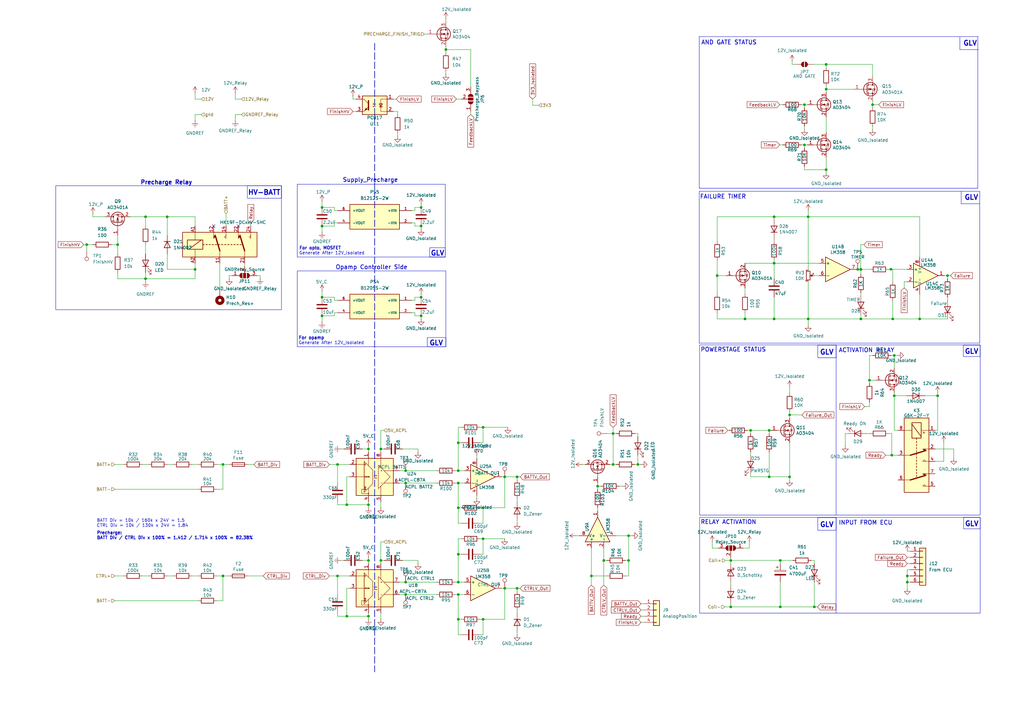
<source format=kicad_sch>
(kicad_sch (version 20250114) (generator "eeschema") (generator_version "9.0")
  (paper "A3")
  (rectangle (start 395.1224 141.5288) (end 401.9804 146.2278))
  (rectangle (start 395.2017 212.22) (end 402.0597 216.919))
  (rectangle (start 286.9438 212.217) (end 402.0058 251.46))
  (rectangle (start 121.92 75.565) (end 182.626 105.41))
  (rectangle (start 22.86 76.2) (end 115.443 127))
  (rectangle (start 335.4324 212.2678) (end 342.9254 217.4748))
  (rectangle (start 335.4324 141.5288) (end 342.9254 146.7358))
  (rectangle (start 175.26 138.43) (end 182.88 142.24))
  (rectangle (start 121.92 111.125) (end 182.88 142.24))
  (rectangle (start 101.473 76.2) (end 115.443 81.28))
  (rectangle (start 176.276 101.6) (end 182.626 105.41))
  (rectangle (start 286.9438 141.478) (end 402.0058 211.2518))
  (text "Opamp Controller Side" (at 152.4 110.744 0) (effects (font (size 1.7 1.7) (thickness 0.254) (bold yes)) (justify bottom)))
  (text "GLV" (at 395.5796 145.4658 0) (effects (font (size 2 2) (bold yes)) (justify left bottom)))
  (text "Generate After 12V_Isolated" (at 135.89 141.478 0) (effects (font (size 1.27 1.27)) (justify bottom)))
  (text "GLV" (at 176.022 141.986 0) (effects (font (size 2 2) (bold yes)) (justify left bottom)))
  (text "ACTIVATION RELAY" (at 343.916 144.78 0) (effects (font (size 1.7 1.7) (thickness 0.254) (bold yes)) (justify left bottom)))
  (text "For opto, MOSFET" (at 131.318 102.616 0) (effects (font (size 1.27 1.27) (thickness 0.254) (bold yes)) (justify bottom)))
  (text "Supply_Precharge" (at 151.892 74.93 0) (effects (font (size 1.7 1.7) (thickness 0.254) (bold yes)) (justify bottom)))
  (text "Precharge: \nBATT Div / CTRL Div x 100% = 1.412 / 1.714 x 100% = 82.38%" (at 39.624 219.71 0) (effects (font (size 1.27 1.27) (thickness 0.254) (bold yes)) (justify left)))
  (text "GLV" (at 395.478 82.296 0) (effects (font (size 2.0066 2.0066) (thickness 0.4013) (bold yes)) (justify left bottom)))
  (text "AND GATE STATUS" (at 287.528 18.542 0) (effects (font (size 1.7 1.7) (thickness 0.254) (bold yes)) (justify left bottom)))
  (text "GLV" (at 176.53 105.156 0) (effects (font (size 2 2) (bold yes)) (justify left bottom)))
  (text "GLV" (at 395.6589 216.157 0) (effects (font (size 2 2) (bold yes)) (justify left bottom)))
  (text "POWERSTAGE STATUS" (at 287.274 144.526 0) (effects (font (size 1.7 1.7) (thickness 0.254) (bold yes)) (justify left bottom)))
  (text "HV-BATT" (at 101.6 80.264 0) (effects (font (size 2 2) (bold yes)) (justify left bottom)))
  (text "GLV" (at 336.1944 216.5096 0) (effects (font (size 2 2) (bold yes)) (justify left bottom)))
  (text "BATT Div = 10k / 160k x 24V = 1.5\nCTRL Div = 10k / 130k x 24V = 1.84\n" (at 39.624 214.63 0) (effects (font (size 1.27 1.27)) (justify left)))
  (text "RELAY ACTIVATION" (at 287.274 215.265 0) (effects (font (size 1.7 1.7) (thickness 0.254) (bold yes)) (justify left bottom)))
  (text "For opamp" (at 127.762 139.446 0) (effects (font (size 1.27 1.27) (thickness 0.254) (bold yes)) (justify bottom)))
  (text "Precharge Relay" (at 57.531 75.946 0) (effects (font (size 1.7 1.7) (bold yes)) (justify left bottom)))
  (text "FAILURE TIMER" (at 287.02 81.788 0) (effects (font (size 1.7 1.7) (thickness 0.254) (bold yes)) (justify left bottom)))
  (text "INPUT FROM ECU" (at 343.916 215.519 0) (effects (font (size 1.7 1.7) (thickness 0.254) (bold yes)) (justify left bottom)))
  (text "GLV" (at 394.97 19.05 0) (effects (font (size 2.0066 2.0066) (thickness 0.4013) (bold yes)) (justify left bottom)))
  (text "GLV" (at 336.1944 145.7706 0) (effects (font (size 2 2) (bold yes)) (justify left bottom)))
  (text "Generate After 12V_Isolated" (at 136.144 104.648 0) (effects (font (size 1.27 1.27)) (justify bottom)))
  (junction (at 251.46 177.8))
  (junction (at 166.37 238.76))
  (junction (at 138.43 236.22))
  (junction (at 198.12 208.28))
  (junction (at 207.01 195.58))
  (junction (at 366.141 130.81))
  (junction (at 334.01 248.92))
  (junction (at 247.65 229.87))
  (junction (at 198.12 175.26))
  (junction (at 353.06 110.49))
  (junction (at 388.62 113.03))
  (junction (at 156.21 184.15))
  (junction (at 151.13 184.15))
  (junction (at 317.5 88.9))
  (junction (at 245.11 199.39))
  (junction (at 187.96 238.76))
  (junction (at 307.848 176.53))
  (junction (at 372.11 236.22))
  (junction (at 353.0854 110.49))
  (junction (at 182.88 20.32))
  (junction (at 166.37 198.12))
  (junction (at 151.13 207.01))
  (junction (at 59.69 114.3))
  (junction (at 261.62 190.5))
  (junction (at 251.46 190.5))
  (junction (at 351.79 110.49))
  (junction (at 315.468 195.58))
  (junction (at 156.21 229.87))
  (junction (at 377.19 130.81))
  (junction (at 317.5 130.81))
  (junction (at 91.44 190.5))
  (junction (at 151.13 229.87))
  (junction (at 138.43 190.5))
  (junction (at 187.96 198.12))
  (junction (at 172.72 85.09))
  (junction (at 317.5 107.95))
  (junction (at 187.96 254))
  (junction (at 68.58 88.9))
  (junction (at 48.26 100.33))
  (junction (at 357.886 42.926))
  (junction (at 187.96 181.61))
  (junction (at 142.24 252.73))
  (junction (at 80.01 110.49))
  (junction (at 338.836 26.416))
  (junction (at 166.37 243.84))
  (junction (at 365.379 110.4392))
  (junction (at 172.72 121.92))
  (junction (at 299.72 229.87))
  (junction (at 366.776 145.796))
  (junction (at 315.468 176.53))
  (junction (at 294.132 113.03))
  (junction (at 353.0854 130.81))
  (junction (at 323.85 195.58))
  (junction (at 132.08 129.54))
  (junction (at 207.01 241.3))
  (junction (at 59.69 88.9))
  (junction (at 242.57 236.22))
  (junction (at 329.946 42.926))
  (junction (at 142.24 207.01))
  (junction (at 320.04 229.87))
  (junction (at 331.47 88.9))
  (junction (at 132.08 92.71))
  (junction (at 198.12 254))
  (junction (at 257.81 219.71))
  (junction (at 257.81 229.87))
  (junction (at 132.08 121.92))
  (junction (at 187.96 193.04))
  (junction (at 338.836 69.596))
  (junction (at 35.56 100.33))
  (junction (at 91.44 236.22))
  (junction (at 320.04 248.92))
  (junction (at 172.72 92.71))
  (junction (at 187.96 227.33))
  (junction (at 305.562 130.81))
  (junction (at 132.08 85.09))
  (junction (at 187.96 243.84))
  (junction (at 366.776 162.306))
  (junction (at 329.946 59.436))
  (junction (at 187.96 208.28))
  (junction (at 384.556 162.306))
  (junction (at 151.13 252.73))
  (junction (at 172.72 129.54))
  (junction (at 372.11 238.76))
  (junction (at 198.12 220.98))
  (junction (at 338.836 36.576))
  (junction (at 212.09 241.3))
  (junction (at 356.616 155.956))
  (junction (at 212.09 195.58))
  (junction (at 166.37 193.04))
  (junction (at 331.47 130.81))
  (junction (at 323.85 170.18))
  (junction (at 299.72 248.92))
  (junction (at 365.76 186.69))
  (no_connect (at 87.63 92.71))
  (no_connect (at 97.79 92.71))
  (wire (pts (xy 261.62 177.8) (xy 261.62 179.07)))
  (wire (pts (xy 320.04 248.92) (xy 334.01 248.92)))
  (wire (pts (xy 156.21 222.25) (xy 156.21 229.87)))
  (wire (pts (xy 132.08 129.54) (xy 132.08 132.08)))
  (wire (pts (xy 156.21 176.53) (xy 157.48 176.53)))
  (wire (pts (xy 198.12 254) (xy 196.85 254)))
  (wire (pts (xy 163.068 45.72) (xy 161.29 45.72)))
  (wire (pts (xy 353.0854 121.3612) (xy 353.0854 120.0912)))
  (wire (pts (xy 48.26 114.3) (xy 59.69 114.3)))
  (wire (pts (xy 151.13 182.88) (xy 151.13 184.15)))
  (wire (pts (xy 212.09 241.3) (xy 213.36 241.3)))
  (wire (pts (xy 163.83 243.84) (xy 166.37 243.84)))
  (wire (pts (xy 366.141 130.81) (xy 377.19 130.81)))
  (wire (pts (xy 307.848 194.31) (xy 307.848 195.58)))
  (wire (pts (xy 338.836 64.516) (xy 338.836 69.596)))
  (wire (pts (xy 307.34 224.79) (xy 307.34 222.25)))
  (wire (pts (xy 323.85 195.58) (xy 323.85 196.85)))
  (wire (pts (xy 307.848 186.69) (xy 307.848 185.42)))
  (wire (pts (xy 132.08 121.92) (xy 132.08 119.38)))
  (polyline (pts (xy 394.208 83.566) (xy 401.828 83.566)))
  (wire (pts (xy 297.434 229.87) (xy 299.72 229.87)))
  (wire (pts (xy 328.676 42.926) (xy 329.946 42.926)))
  (wire (pts (xy 242.57 224.79) (xy 242.57 236.22)))
  (wire (pts (xy 329.946 69.596) (xy 338.836 69.596)))
  (wire (pts (xy 351.79 110.49) (xy 353.06 110.49)))
  (wire (pts (xy 144.78 40.64) (xy 146.05 40.64)))
  (wire (pts (xy 338.836 70.866) (xy 338.836 69.596)))
  (wire (pts (xy 334.01 231.14) (xy 334.01 229.87)))
  (wire (pts (xy 198.12 208.28) (xy 196.85 208.28)))
  (wire (pts (xy 324.866 26.416) (xy 326.136 26.416)))
  (wire (pts (xy 137.16 85.09) (xy 137.16 86.36)))
  (wire (pts (xy 207.01 241.3) (xy 212.09 241.3)))
  (wire (pts (xy 365.379 110.4392) (xy 366.141 110.4392)))
  (wire (pts (xy 144.78 45.72) (xy 146.05 45.72)))
  (wire (pts (xy 172.72 83.82) (xy 172.72 85.09)))
  (wire (pts (xy 96.52 40.64) (xy 99.06 40.64)))
  (wire (pts (xy 317.5 97.79) (xy 317.5 99.06)))
  (wire (pts (xy 186.69 238.76) (xy 187.96 238.76)))
  (wire (pts (xy 365.379 110.4392) (xy 370.84 110.49)))
  (wire (pts (xy 294.132 128.27) (xy 294.132 130.81)))
  (wire (pts (xy 142.24 195.58) (xy 142.24 207.01)))
  (wire (pts (xy 187.198 40.64) (xy 189.23 40.64)))
  (wire (pts (xy 372.11 228.6) (xy 373.38 228.6)))
  (wire (pts (xy 59.69 111.76) (xy 59.69 114.3)))
  (wire (pts (xy 196.85 181.61) (xy 198.12 181.61)))
  (wire (pts (xy 252.73 177.8) (xy 251.46 177.8)))
  (wire (pts (xy 80.01 49.53) (xy 80.01 46.99)))
  (wire (pts (xy 307.848 176.53) (xy 315.468 176.53)))
  (wire (pts (xy 59.69 114.3) (xy 59.69 115.57)))
  (wire (pts (xy 329.946 59.436) (xy 329.946 60.706)))
  (wire (pts (xy 151.13 252.73) (xy 151.13 254)))
  (wire (pts (xy 294.132 88.9) (xy 294.132 99.06)))
  (polyline (pts (xy 286.766 78.486) (xy 286.766 140.716)))
  (wire (pts (xy 338.836 48.006) (xy 338.836 54.356)))
  (wire (pts (xy 365.76 177.8) (xy 365.76 186.69)))
  (wire (pts (xy 331.47 88.9) (xy 377.19 88.9)))
  (wire (pts (xy 46.99 236.22) (xy 50.8 236.22)))
  (wire (pts (xy 377.19 120.65) (xy 377.19 130.81)))
  (wire (pts (xy 68.58 88.9) (xy 68.58 96.52)))
  (wire (pts (xy 370.84 115.57) (xy 370.84 118.11)))
  (wire (pts (xy 170.18 121.92) (xy 172.72 121.92)))
  (wire (pts (xy 356.616 155.956) (xy 356.616 145.796)))
  (wire (pts (xy 35.56 100.33) (xy 38.1 100.33)))
  (wire (pts (xy 138.43 236.22) (xy 143.51 236.22)))
  (wire (pts (xy 372.11 231.14) (xy 373.38 231.14)))
  (wire (pts (xy 323.85 170.18) (xy 323.85 168.91)))
  (wire (pts (xy 338.836 27.686) (xy 338.836 26.416)))
  (wire (pts (xy 132.08 85.09) (xy 132.08 82.55)))
  (wire (pts (xy 80.01 46.99) (xy 82.55 46.99)))
  (wire (pts (xy 218.44 40.64) (xy 218.44 43.18)))
  (wire (pts (xy 173.99 13.97) (xy 175.26 13.97)))
  (wire (pts (xy 334.01 248.92) (xy 335.28 248.92)))
  (wire (pts (xy 172.72 129.54) (xy 170.18 129.54)))
  (wire (pts (xy 156.21 185.42) (xy 156.21 184.15)))
  (wire (pts (xy 151.13 207.01) (xy 151.13 208.28)))
  (wire (pts (xy 354.33 100.33) (xy 353.06 100.33)))
  (wire (pts (xy 142.24 207.01) (xy 151.13 207.01)))
  (wire (pts (xy 371.856 162.306) (xy 366.776 162.306)))
  (wire (pts (xy 331.47 88.9) (xy 331.47 110.49)))
  (wire (pts (xy 170.18 92.71) (xy 170.18 91.44)))
  (wire (pts (xy 34.29 100.33) (xy 35.56 100.33)))
  (wire (pts (xy 163.068 54.61) (xy 163.068 55.88)))
  (wire (pts (xy 138.43 251.46) (xy 138.43 252.73)))
  (wire (pts (xy 58.42 190.5) (xy 60.96 190.5)))
  (wire (pts (xy 196.85 220.98) (xy 198.12 220.98)))
  (wire (pts (xy 142.24 241.3) (xy 142.24 252.73)))
  (wire (pts (xy 391.16 184.15) (xy 391.16 187.96)))
  (wire (pts (xy 365.76 177.8) (xy 364.49 177.8)))
  (wire (pts (xy 172.72 92.71) (xy 172.72 93.98)))
  (wire (pts (xy 260.35 190.5) (xy 261.62 190.5)))
  (wire (pts (xy 91.44 246.38) (xy 91.44 236.22)))
  (wire (pts (xy 357.886 31.496) (xy 357.886 26.416)))
  (wire (pts (xy 372.11 233.68) (xy 373.38 233.68)))
  (wire (pts (xy 357.886 42.926) (xy 357.886 44.196)))
  (wire (pts (xy 307.848 195.58) (xy 315.468 195.58)))
  (wire (pts (xy 257.81 236.22) (xy 257.81 229.87)))
  (wire (pts (xy 166.37 243.84) (xy 179.07 243.84)))
  (wire (pts (xy 161.29 40.64) (xy 162.56 40.64)))
  (wire (pts (xy 151.13 185.42) (xy 151.13 184.15)))
  (wire (pts (xy 299.72 229.87) (xy 320.04 229.87)))
  (wire (pts (xy 205.74 241.3) (xy 207.01 241.3)))
  (wire (pts (xy 315.468 177.8) (xy 315.468 176.53)))
  (wire (pts (xy 187.96 260.35) (xy 187.96 254)))
  (wire (pts (xy 137.16 86.36) (xy 138.43 86.36)))
  (wire (pts (xy 187.96 227.33) (xy 187.96 238.76)))
  (wire (pts (xy 171.45 184.15) (xy 165.1 184.15)))
  (wire (pts (xy 336.042 113.03) (xy 334.01 113.03)))
  (wire (pts (xy 198.12 260.35) (xy 198.12 254)))
  (wire (pts (xy 187.96 220.98) (xy 187.96 227.33)))
  (wire (pts (xy 319.786 42.926) (xy 321.056 42.926)))
  (wire (pts (xy 163.83 238.76) (xy 166.37 238.76)))
  (wire (pts (xy 140.97 229.87) (xy 139.7 229.87)))
  (wire (pts (xy 163.83 198.12) (xy 166.37 198.12)))
  (wire (pts (xy 245.11 200.66) (xy 245.11 199.39)))
  (wire (pts (xy 264.16 247.65) (xy 262.89 247.65)))
  (wire (pts (xy 366.776 145.796) (xy 368.046 145.796)))
  (wire (pts (xy 142.24 252.73) (xy 151.13 252.73)))
  (wire (pts (xy 78.74 236.22) (xy 81.28 236.22)))
  (wire (pts (xy 186.69 198.12) (xy 187.96 198.12)))
  (wire (pts (xy 137.16 128.27) (xy 138.43 128.27)))
  (wire (pts (xy 218.44 43.18) (xy 220.98 43.18)))
  (wire (pts (xy 187.96 214.63) (xy 187.96 208.28)))
  (wire (pts (xy 100.33 107.95) (xy 100.33 109.22)))
  (wire (pts (xy 198.12 214.63) (xy 198.12 208.28)))
  (wire (pts (xy 315.468 176.53) (xy 316.23 176.53)))
  (wire (pts (xy 170.18 121.92) (xy 170.18 123.19)))
  (wire (pts (xy 189.23 208.28) (xy 187.96 208.28)))
  (wire (pts (xy 366.141 110.4392) (xy 366.141 115.6716)))
  (wire (pts (xy 156.21 251.46) (xy 156.21 254)))
  (wire (pts (xy 189.23 227.33) (xy 187.96 227.33)))
  (wire (pts (xy 189.23 175.26) (xy 187.96 175.26)))
  (wire (pts (xy 331.47 133.35) (xy 331.47 130.81)))
  (wire (pts (xy 187.96 238.76) (xy 190.5 238.76)))
  (wire (pts (xy 364.49 110.49) (xy 365.252 110.4392)))
  (wire (pts (xy 357.886 42.926) (xy 360.426 42.926)))
  (wire (pts (xy 372.11 236.22) (xy 372.11 238.76)))
  (wire (pts (xy 384.556 176.53) (xy 384.556 162.306)))
  (wire (pts (xy 95.25 113.03) (xy 93.98 113.03)))
  (wire (pts (xy 212.09 241.3) (xy 212.09 242.57)))
  (wire (pts (xy 388.62 114.3) (xy 388.62 113.03)))
  (wire (pts (xy 96.52 38.1) (xy 96.52 40.64)))
  (wire (pts (xy 294.132 113.03) (xy 294.132 106.68)))
  (wire (pts (xy 370.84 115.57) (xy 372.11 115.57)))
  (wire (pts (xy 305.562 130.81) (xy 317.5 130.81)))
  (wire (pts (xy 137.16 92.71) (xy 137.16 91.44)))
  (wire (pts (xy 356.616 157.226) (xy 356.616 155.956)))
  (wire (pts (xy 68.58 190.5) (xy 71.12 190.5)))
  (wire (pts (xy 78.74 190.5) (xy 81.28 190.5)))
  (polyline (pts (xy 401.828 78.486) (xy 401.828 140.716)))
  (wire (pts (xy 182.88 19.05) (xy 182.88 20.32)))
  (wire (pts (xy 166.37 238.76) (xy 179.07 238.76)))
  (wire (pts (xy 151.13 251.46) (xy 151.13 252.73)))
  (wire (pts (xy 306.578 176.53) (xy 307.848 176.53)))
  (wire (pts (xy 91.44 190.5) (xy 93.98 190.5)))
  (wire (pts (xy 353.0854 112.4712) (xy 353.0854 110.49)))
  (wire (pts (xy 170.18 85.09) (xy 170.18 86.36)))
  (wire (pts (xy 96.52 46.99) (xy 99.06 46.99)))
  (wire (pts (xy 319.786 59.436) (xy 321.056 59.436)))
  (wire (pts (xy 207.01 195.58) (xy 207.01 208.28)))
  (wire (pts (xy 245.11 209.55) (xy 245.11 208.28)))
  (wire (pts (xy 346.71 182.88) (xy 346.71 177.8)))
  (wire (pts (xy 132.08 92.71) (xy 137.16 92.71)))
  (wire (pts (xy 351.282 110.49) (xy 351.79 110.49)))
  (wire (pts (xy 383.54 184.15) (xy 391.16 184.15)))
  (wire (pts (xy 59.69 88.9) (xy 59.69 92.71)))
  (wire (pts (xy 132.08 129.54) (xy 137.16 129.54)))
  (wire (pts (xy 307.848 176.53) (xy 307.848 177.8)))
  (wire (pts (xy 48.26 100.33) (xy 48.26 104.14)))
  (wire (pts (xy 92.71 87.63) (xy 92.71 92.71)))
  (wire (pts (xy 366.141 123.2916) (xy 366.141 130.81)))
  (wire (pts (xy 329.946 42.926) (xy 331.216 42.926)))
  (wire (pts (xy 357.886 41.656) (xy 357.886 42.926)))
  (wire (pts (xy 151.13 231.14) (xy 151.13 229.87)))
  (wire (pts (xy 317.5 106.68) (xy 317.5 107.95)))
  (wire (pts (xy 323.85 181.61) (xy 323.85 195.58)))
  (wire (pts (xy 138.43 207.01) (xy 142.24 207.01)))
  (wire (pts (xy 171.45 185.42) (xy 171.45 184.15)))
  (wire (pts (xy 151.13 228.6) (xy 151.13 229.87)))
  (wire (pts (xy 151.13 184.15) (xy 148.59 184.15)))
  (wire (pts (xy 372.11 236.22) (xy 373.38 236.22)))
  (wire (pts (xy 91.44 200.66) (xy 91.44 190.5)))
  (wire (pts (xy 106.68 114.3) (xy 106.68 113.03)))
  (wire (pts (xy 372.11 238.76) (xy 373.38 238.76)))
  (wire (pts (xy 357.886 26.416) (xy 338.836 26.416)))
  (wire (pts (xy 195.58 203.2) (xy 195.58 204.47)))
  (wire (pts (xy 46.99 190.5) (xy 50.8 190.5)))
  (wire (pts (xy 48.26 100.33) (xy 45.72 100.33)))
  (wire (pts (xy 363.22 186.69) (xy 365.76 186.69)))
  (wire (pts (xy 299.72 247.65) (xy 299.72 248.92)))
  (wire (pts (xy 365.506 145.796) (xy 366.776 145.796)))
  (wire (pts (xy 189.23 181.61) (xy 187.96 181.61)))
  (wire (pts (xy 102.87 91.44) (xy 102.87 92.71)))
  (wire (pts (xy 80.01 88.9) (xy 80.01 92.71)))
  (wire (pts (xy 294.132 113.03) (xy 294.132 120.65)))
  (wire (pts (xy 305.562 107.95) (xy 317.5 107.95)))
  (wire (pts (xy 298.45 176.53) (xy 298.958 176.53)))
  (wire (pts (xy 264.16 250.19) (xy 262.89 250.19)))
  (wire (pts (xy 252.73 219.71) (xy 257.81 219.71)))
  (wire (pts (xy 305.562 120.65) (xy 305.562 118.11)))
  (wire (pts (xy 242.57 240.03) (xy 242.57 236.22)))
  (wire (pts (xy 238.76 190.5) (xy 240.03 190.5)))
  (wire (pts (xy 93.98 113.03) (xy 93.98 114.3)))
  (wire (pts (xy 143.51 241.3) (xy 142.24 241.3)))
  (wire (pts (xy 170.18 123.19) (xy 168.91 123.19)))
  (wire (pts (xy 80.01 110.49) (xy 80.01 114.3)))
  (wire (pts (xy 140.97 184.15) (xy 139.7 184.15)))
  (wire (pts (xy 387.096 189.23) (xy 383.54 189.23)))
  (wire (pts (xy 261.62 190.5) (xy 261.62 186.69)))
  (wire (pts (xy 171.45 229.87) (xy 165.1 229.87)))
  (wire (pts (xy 388.62 113.03) (xy 389.89 113.03)))
  (wire (pts (xy 212.09 195.58) (xy 213.36 195.58)))
  (wire (pts (xy 187.96 243.84) (xy 190.5 243.84)))
  (wire (pts (xy 138.43 252.73) (xy 142.24 252.73)))
  (wire (pts (xy 247.65 229.87) (xy 247.65 224.79)))
  (wire (pts (xy 373.38 226.06) (xy 372.11 226.06)))
  (wire (pts (xy 257.81 229.87) (xy 257.81 219.71)))
  (wire (pts (xy 90.17 107.95) (xy 90.17 119.38)))
  (wire (pts (xy 48.26 96.52) (xy 48.26 100.33)))
  (wire (pts (xy 346.71 177.8) (xy 347.98 177.8)))
  (wire (pts (xy 156.21 222.25) (xy 157.48 222.25)))
  (wire (pts (xy 356.616 166.751) (xy 356.616 164.846)))
  (wire (pts (xy 353.0854 110.49) (xy 356.87 110.49)))
  (wire (pts (xy 205.74 195.58) (xy 207.01 195.58)))
  (wire (pts (xy 198.12 220.98) (xy 207.01 220.98)))
  (wire (pts (xy 328.676 59.436) (xy 329.946 59.436)))
  (wire (pts (xy 58.42 236.22) (xy 60.96 236.22)))
  (wire (pts (xy 331.47 115.57) (xy 331.47 130.81)))
  (wire (pts (xy 329.946 44.196) (xy 329.946 42.926)))
  (wire (pts (xy 292.1 224.79) (xy 294.64 224.79)))
  (wire (pts (xy 68.58 236.22) (xy 71.12 236.22)))
  (wire (pts (xy 255.27 199.39) (xy 254 199.39)))
  (wire (pts (xy 91.44 190.5) (xy 88.9 190.5)))
  (wire (pts (xy 259.08 219.71) (xy 257.81 219.71)))
  (wire (pts (xy 366.776 145.796) (xy 366.776 150.876)))
  (wire (pts (xy 198.12 181.61) (xy 198.12 175.26)))
  (wire (pts (xy 198.12 208.28) (xy 207.01 208.28)))
  (wire (pts (xy 317.5 130.81) (xy 331.47 130.81)))
  (polyline (pts (xy 342.9254 212.2678) (xy 342.9 251.46)))
  (wire (pts (xy 252.73 190.5) (xy 251.46 190.5)))
  (wire (pts (xy 156.21 229.87) (xy 157.48 229.87)))
  (wire (pts (xy 356.616 155.956) (xy 359.156 155.956)))
  (wire (pts (xy 356.616 145.796) (xy 357.886 145.796)))
  (wire (pts (xy 372.11 238.76) (xy 372.11 241.3)))
  (wire (pts (xy 196.85 175.26) (xy 198.12 175.26)))
  (wire (pts (xy 338.836 36.576) (xy 338.836 37.846)))
  (wire (pts (xy 198.12 227.33) (xy 198.12 220.98)))
  (wire (pts (xy 387.096 181.356) (xy 387.096 189.23)))
  (wire (pts (xy 366.776 176.53) (xy 368.3 176.53)))
  (wire (pts (xy 135.128 190.5) (xy 138.43 190.5)))
  (wire (pts (xy 372.11 233.68) (xy 372.11 236.22)))
  (wire (pts (xy 353.06 110.49) (xy 353.0854 110.49)))
  (wire (pts (xy 189.23 260.35) (xy 187.96 260.35)))
  (polyline (pts (xy 153.67 17.78) (xy 153.67 275.59)) (stroke (width 0.254) (type dash)))
  (wire (pts (xy 317.5 107.95) (xy 336.042 107.95)))
  (wire (pts (xy 170.18 91.44) (xy 168.91 91.44)))
  (wire (pts (xy 323.85 158.75) (xy 323.85 161.29)))
  (wire (pts (xy 388.62 121.92) (xy 388.62 123.19)))
  (wire (pts (xy 138.43 190.5) (xy 138.43 198.12)))
  (wire (pts (xy 338.836 26.416) (xy 333.756 26.416)))
  (wire (pts (xy 189.23 254) (xy 187.96 254)))
  (wire (pts (xy 207.01 195.58) (xy 212.09 195.58)))
  (wire (pts (xy 187.96 193.04) (xy 190.5 193.04)))
  (wire (pts (xy 379.476 162.306) (xy 384.556 162.306)))
  (wire (pts (xy 294.132 130.81) (xy 305.562 130.81)))
  (wire (pts (xy 315.468 195.58) (xy 315.468 185.42)))
  (wire (pts (xy 137.16 123.19) (xy 138.43 123.19)))
  (wire (pts (xy 187.96 208.28) (xy 187.96 198.12)))
  (wire (pts (xy 193.04 20.32) (xy 193.04 35.56)))
  (wire (pts (xy 137.16 91.44) (xy 138.43 91.44)))
  (wire (pts (xy 48.26 111.76) (xy 48.26 114.3)))
  (wire (pts (xy 331.47 130.81) (xy 353.0854 130.81)))
  (wire (pts (xy 366.776 161.036) (xy 366.776 162.306)))
  (wire (pts (xy 305.562 128.27) (xy 305.562 130.81)))
  (wire (pts (xy 88.9 246.38) (xy 91.44 246.38)))
  (wire (pts (xy 151.13 205.74) (xy 151.13 207.01)))
  (wire (pts (xy 242.57 236.22) (xy 248.92 236.22)))
  (wire (pts (xy 245.11 199.39) (xy 245.11 198.12)))
  (wire (pts (xy 334.01 229.87) (xy 332.74 229.87)))
  (wire (pts (xy 143.51 195.58) (xy 142.24 195.58)))
  (wire (pts (xy 38.1 88.9) (xy 43.18 88.9)))
  (wire (pts (xy 170.18 129.54) (xy 170.18 128.27)))
  (wire (pts (xy 323.85 170.18) (xy 328.93 170.18)))
  (wire (pts (xy 377.19 88.9) (xy 377.19 105.41)))
  (wire (pts (xy 101.6 236.22) (xy 107.95 236.22)))
  (wire (pts (xy 196.85 260.35) (xy 198.12 260.35)))
  (wire (pts (xy 80.01 107.95) (xy 80.01 110.49)))
  (wire (pts (xy 329.946 53.086) (xy 329.946 51.816)))
  (polyline (pts (xy 394.208 78.486) (xy 394.208 83.566)))
  (wire (pts (xy 156.21 184.15) (xy 157.48 184.15)))
  (wire (pts (xy 353.0854 128.9812) (xy 353.0854 130.81)))
  (wire (pts (xy 246.38 199.39) (xy 245.11 199.39)))
  (wire (pts (xy 356.87 177.8) (xy 355.6 177.8)))
  (wire (pts (xy 189.23 214.63) (xy 187.96 214.63)))
  (wire (pts (xy 182.88 29.21) (xy 182.88 30.48)))
  (wire (pts (xy 212.09 259.08) (xy 212.09 260.35)))
  (wire (pts (xy 35.56 100.33) (xy 35.56 102.87)))
  (wire (pts (xy 353.0854 130.81) (xy 366.141 130.81)))
  (wire (pts (xy 196.85 214.63) (xy 198.12 214.63)))
  (wire (pts (xy 170.18 128.27) (xy 168.91 128.27)))
  (wire (pts (xy 329.946 59.436) (xy 331.216 59.436)))
  (polyline (pts (xy 286.766 78.486) (xy 401.828 78.486)))
  (wire (pts (xy 251.46 190.5) (xy 250.19 190.5)))
  (wire (pts (xy 170.18 85.09) (xy 172.72 85.09)))
  (wire (pts (xy 338.836 36.576) (xy 350.266 36.576)))
  (wire (pts (xy 384.556 161.036) (xy 384.556 162.306)))
  (wire (pts (xy 182.88 20.32) (xy 182.88 21.59)))
  (wire (pts (xy 156.21 205.74) (xy 156.21 208.28)))
  (wire (pts (xy 292.1 222.25) (xy 292.1 224.79)))
  (wire (pts (xy 212.09 205.74) (xy 212.09 204.47)))
  (wire (pts (xy 294.132 88.9) (xy 317.5 88.9)))
  (wire (pts (xy 59.69 114.3) (xy 80.01 114.3)))
  (wire (pts (xy 377.19 130.81) (xy 388.62 130.81)))
  (wire (pts (xy 144.78 39.37) (xy 144.78 40.64)))
  (polyline (pts (xy 286.766 14.986) (xy 401.32 14.986)))
  (wire (pts (xy 138.43 236.22) (xy 138.43 243.84)))
  (wire (pts (xy 212.09 213.36) (xy 212.09 214.63)))
  (wire (pts (xy 294.132 113.03) (xy 297.942 113.03)))
  (wire (pts (xy 387.35 113.03) (xy 388.62 113.03)))
  (wire (pts (xy 46.99 200.66) (xy 81.28 200.66)))
  (wire (pts (xy 193.04 20.32) (xy 182.88 20.32)))
  (wire (pts (xy 299.72 238.76) (xy 299.72 240.03)))
  (wire (pts (xy 163.83 193.04) (xy 166.37 193.04)))
  (wire (pts (xy 317.5 88.9) (xy 317.5 90.17)))
  (wire (pts (xy 132.08 121.92) (xy 137.16 121.92)))
  (wire (pts (xy 163.068 46.99) (xy 163.068 45.72)))
  (wire (pts (xy 323.85 171.45) (xy 323.85 170.18)))
  (wire (pts (xy 187.96 198.12) (xy 190.5 198.12)))
  (wire (pts (xy 187.96 181.61) (xy 187.96 193.04)))
  (wire (pts (xy 156.21 176.53) (xy 156.21 184.15)))
  (wire (pts (xy 59.69 88.9) (xy 68.58 88.9)))
  (wire (pts (xy 329.946 69.596) (xy 329.946 68.326)))
  (wire (pts (xy 137.16 129.54) (xy 137.16 128.27)))
  (wire (pts (xy 46.99 246.38) (xy 81.28 246.38)))
  (wire (pts (xy 187.96 254) (xy 187.96 243.84)))
  (wire (pts (xy 324.866 26.416) (xy 324.866 25.146)))
  (wire (pts (xy 299.72 248.92) (xy 320.04 248.92)))
  (wire (pts (xy 80.01 40.64) (xy 82.55 40.64)))
  (wire (pts (xy 170.18 86.36) (xy 168.91 86.36)))
  (wire (pts (xy 166.37 193.04) (xy 179.07 193.04)))
  (wire (pts (xy 207.01 254) (xy 207.01 241.3)))
  (wire (pts (xy 299.72 228.6) (xy 299.72 229.87)))
  (wire (pts (xy 251.46 177.8) (xy 251.46 190.5)))
  (wire (pts (xy 315.468 195.58) (xy 323.85 195.58)))
  (polyline (pts (xy 393.7 20.32) (xy 401.32 20.32)))
  (wire (pts (xy 212.09 251.46) (xy 212.09 250.19)))
  (wire (pts (xy 195.58 186.69) (xy 195.58 187.96)))
  (wire (pts (xy 247.65 229.87) (xy 248.92 229.87)))
  (wire (pts (xy 256.54 229.87) (xy 257.81 229.87)))
  (wire (pts (xy 196.85 227.33) (xy 198.12 227.33)))
  (wire (pts (xy 138.43 205.74) (xy 138.43 207.01)))
  (wire (pts (xy 366.776 162.306) (xy 366.776 176.53)))
  (wire (pts (xy 365.76 186.69) (xy 368.3 186.69)))
  (wire (pts (xy 331.47 86.36) (xy 331.47 88.9)))
  (wire (pts (xy 256.54 236.22) (xy 257.81 236.22)))
  (wire (pts (xy 186.69 193.04) (xy 187.96 193.04)))
  (wire (pts (xy 198.12 175.26) (xy 208.28 175.26)))
  (wire (pts (xy 135.128 236.22) (xy 138.43 236.22)))
  (wire (pts (xy 264.16 255.27) (xy 262.89 255.27)))
  (polyline (pts (xy 286.766 77.216) (xy 401.066 77.216)))
  (wire (pts (xy 338.836 35.306) (xy 338.836 36.576)))
  (wire (pts (xy 182.88 7.62) (xy 182.88 8.89)))
  (wire (pts (xy 299.72 248.92) (xy 297.18 248.92)))
  (wire (pts (xy 106.68 113.03) (xy 105.41 113.03)))
  (wire (pts (xy 80.01 38.1) (xy 80.01 40.64)))
  (wire (pts (xy 187.96 175.26) (xy 187.96 181.61)))
  (wire (pts (xy 353.06 100.33) (xy 353.06 110.49)))
  (wire (pts (xy 189.23 220.98) (xy 187.96 220.98)))
  (polyline (pts (xy 342.9254 141.5288) (xy 342.9 211.201)))
  (wire (pts (xy 334.01 238.76) (xy 334.01 248.92)))
  (wire (pts (xy 251.46 177.8) (xy 251.46 175.26)))
  (wire (pts (xy 299.72 231.14) (xy 299.72 229.87)))
  (wire (pts (xy 171.45 231.14) (xy 171.45 229.87)))
  (wire (pts (xy 96.52 49.53) (xy 96.52 46.99)))
  (wire (pts (xy 91.44 236.22) (xy 93.98 236.22)))
  (wire (pts (xy 91.44 236.22) (xy 88.9 236.22)))
  (wire (pts (xy 236.22 219.71) (xy 237.49 219.71)))
  (wire (pts (xy 172.72 120.65) (xy 172.72 121.92)))
  (wire (pts (xy 172.72 129.54) (xy 172.72 130.81)))
  (wire (pts (xy 138.43 190.5) (xy 143.51 190.5)))
  (wire (pts (xy 80.01 110.49) (xy 68.58 110.49)))
  (polyline (pts (xy 401.066 15.24) (xy 401.066 77.216)))
  (wire (pts (xy 304.8 224.79) (xy 307.34 224.79)))
  (wire (pts (xy 261.62 190.5) (xy 262.89 190.5)))
  (wire (pts (xy 264.16 252.73) (xy 262.89 252.73)))
  (wire (pts (xy 383.54 176.53) (xy 384.556 176.53)))
  (wire (pts (xy 365.252 110.4392) (xy 365.379 110.4392)))
  (wire (pts (xy 53.34 88.9) (xy 59.69 88.9)))
  (wire (pts (xy 317.5 121.92) (xy 317.5 130.81)))
  (wire (pts (xy 357.886 51.816) (xy 357.886 53.086)))
  (wire (pts (xy 68.58 88.9) (xy 80.01 88.9)))
  (wire (pts (xy 166.37 198.12) (xy 179.07 198.12)))
  (wire (pts (xy 193.04 45.72) (xy 193.04 46.99)))
  (wire (pts (xy 320.04 229.87) (xy 320.04 231.14)))
  (wire (pts (xy 198.12 254) (xy 207.01 254)))
  (wire (pts (xy 68.58 110.49) (xy 68.58 104.14)))
  (wire (pts (xy 156.21 231.14) (xy 156.21 229.87)))
  (wire (pts (xy 261.62 177.8) (xy 260.35 177.8)))
  (wire (pts (xy 172.72 92.71) (xy 170.18 92.71)))
  (wire (pts (xy 317.5 88.9) (xy 331.47 88.9)))
  (wire (pts (xy 132.08 85.09) (xy 137.16 85.09)))
  (wire (pts (xy 320.04 238.76) (xy 320.04 248.92)))
  (wire (pts (xy 88.9 200.66) (xy 91.44 200.66)))
  (polyline (pts (xy 286.766 140.716) (xy 401.828 140.716)))
  (wire (pts (xy 354.584 166.751) (xy 356.616 166.751)))
  (polyline (pts (xy 286.766 14.986) (xy 286.766 77.216)))
  (wire (pts (xy 317.5 107.95) (xy 317.5 114.3)))
  (wire (pts (xy 320.04 229.87) (xy 325.12 229.87)))
  (wire (pts (xy 137.16 121.92) (xy 137.16 123.19)))
  (wire (pts (xy 370.84 110.49) (xy 372.11 110.49)))
  (wire (pts (xy 132.08 92.71) (xy 132.08 95.25)))
  (wire (pts (xy 151.13 229.87) (xy 148.59 229.87)))
  (wire (pts (xy 186.69 243.84) (xy 187.96 243.84)))
  (wire (pts (xy 38.1 87.63) (xy 38.1 88.9)))
  (wire (pts (xy 247.65 240.03) (xy 247.65 229.87)))
  (wire (pts (xy 248.92 177.8) (xy 251.46 177.8)))
  (wire (pts (xy 59.69 100.33) (xy 59.69 104.14)))
  (polyline (pts (xy 393.7 15.24) (xy 393.7 20.32)))
  (wire (pts (xy 212.09 196.85) (xy 212.09 195.58)))
  (wire (pts (xy 101.6 190.5) (xy 104.14 190.5)))
  (global_label "FeedbackLV" (shape input) (at 193.04 46.99 270) (property "Intersheetrefs" "${INTERSHEET_REFS}" (effects (hide yes))))
  (global_label "FeedbackLV" (shape input) (at 319.786 42.926 180) (property "Intersheetrefs" "${INTERSHEET_REFS}" (effects (hide yes))))
  (global_label "Ready" (shape input) (at 262.89 252.73 180) (property "Intersheetrefs" "${INTERSHEET_REFS}" (effects (hide yes))))
  (global_label "Failure_Out" (shape input) (at 328.93 170.18 0) (property "Intersheetrefs" "${INTERSHEET_REFS}" (effects (hide yes))))
  (global_label "FinishLV" (shape input) (at 360.426 42.926 0) (property "Intersheetrefs" "${INTERSHEET_REFS}" (effects (hide yes))))
  (global_label "BATTV_Out" (shape input) (at 213.36 195.58 0) (property "Intersheetrefs" "${INTERSHEET_REFS}" (effects (hide yes))))
  (global_label "CTRL_Div" (shape input) (at 107.95 236.22 0) (property "Intersheetrefs" "${INTERSHEET_REFS}" (effects (hide yes))))
  (global_label "BATTV_Out" (shape input) (at 262.89 247.65 180) (property "Intersheetrefs" "${INTERSHEET_REFS}" (effects (hide yes))))
  (global_label "CTRL_Div" (shape input) (at 135.128 236.22 180) (property "Intersheetrefs" "${INTERSHEET_REFS}" (effects (hide yes))))
  (global_label "BATT_Div" (shape input) (at 135.128 190.5 180) (property "Intersheetrefs" "${INTERSHEET_REFS}" (effects (hide yes))))
  (global_label "FinishLV" (shape input) (at 162.56 40.64 0) (property "Intersheetrefs" "${INTERSHEET_REFS}" (effects (hide yes))))
  (global_label "Failure" (shape input) (at 298.45 176.53 180) (property "Intersheetrefs" "${INTERSHEET_REFS}" (effects (hide yes))))
  (global_label "FinishLV" (shape input) (at 354.584 166.751 180) (property "Intersheetrefs" "${INTERSHEET_REFS}" (effects (hide yes))))
  (global_label "3V3_Isolated" (shape input) (at 218.44 40.64 90) (property "Intersheetrefs" "${INTERSHEET_REFS}" (effects (hide yes))))
  (global_label "FeedbackLV" (shape input) (at 251.46 175.26 90) (property "Intersheetrefs" "${INTERSHEET_REFS}" (effects (hide yes))))
  (global_label "Relay" (shape input) (at 102.87 91.44 90) (property "Intersheetrefs" "${INTERSHEET_REFS}" (effects (hide yes))))
  (global_label "Ready" (shape input) (at 363.22 186.69 180) (property "Intersheetrefs" "${INTERSHEET_REFS}" (effects (hide yes))))
  (global_label "Timer" (shape input) (at 354.33 100.33 0) (property "Intersheetrefs" "${INTERSHEET_REFS}" (effects (hide yes))))
  (global_label "Ready" (shape input) (at 372.11 231.14 180) (property "Intersheetrefs" "${INTERSHEET_REFS}" (effects (hide yes))))
  (global_label "FinishLV" (shape input) (at 187.198 40.64 180) (property "Intersheetrefs" "${INTERSHEET_REFS}" (effects (hide yes))))
  (global_label "FinishLV" (shape input) (at 262.89 255.27 180) (property "Intersheetrefs" "${INTERSHEET_REFS}" (effects (hide yes))))
  (global_label "BATT_Div" (shape input) (at 104.14 190.5 0) (property "Intersheetrefs" "${INTERSHEET_REFS}" (effects (hide yes))))
  (global_label "Timer" (shape input) (at 319.786 59.436 180) (property "Intersheetrefs" "${INTERSHEET_REFS}" (effects (hide yes))))
  (global_label "Relay" (shape input) (at 335.28 248.92 0) (property "Intersheetrefs" "${INTERSHEET_REFS}" (effects (hide yes))))
  (global_label "CTRLV_Out" (shape input) (at 247.65 240.03 270) (property "Intersheetrefs" "${INTERSHEET_REFS}" (effects (hide yes))))
  (global_label "Failure_Out" (shape input) (at 372.11 228.6 180) (property "Intersheetrefs" "${INTERSHEET_REFS}" (effects (hide yes))))
  (global_label "FinishLV" (shape input) (at 370.84 118.11 270) (property "Intersheetrefs" "${INTERSHEET_REFS}" (effects (hide yes))))
  (global_label "BATTV_Out" (shape input) (at 242.57 240.03 270) (property "Intersheetrefs" "${INTERSHEET_REFS}" (effects (hide yes))))
  (global_label "FinishHV" (shape input) (at 34.29 100.33 180) (property "Intersheetrefs" "${INTERSHEET_REFS}" (effects (hide yes))))
  (global_label "FinishHV" (shape input) (at 144.78 45.72 180) (property "Intersheetrefs" "${INTERSHEET_REFS}" (effects (hide yes))))
  (global_label "CTRLV_Out" (shape input) (at 262.89 250.19 180) (property "Intersheetrefs" "${INTERSHEET_REFS}" (effects (hide yes))))
  (global_label "CTRLV_Out" (shape input) (at 213.36 241.3 0) (property "Intersheetrefs" "${INTERSHEET_REFS}" (effects (hide yes))))
  (global_label "Failure" (shape input) (at 389.89 113.03 0) (property "Intersheetrefs" "${INTERSHEET_REFS}" (effects (hide yes))))
  (hierarchical_label "BATT+" (shape input) (at 46.99 190.5 180))
  (hierarchical_label "BATT-" (shape input) (at 46.99 200.66 180))
  (hierarchical_label "12V_Relay" (shape input) (at 99.06 40.64 0))
  (hierarchical_label "CTRL+" (shape input) (at 46.99 236.22 180))
  (hierarchical_label "PRECHARGE_FINISH_TRIG" (shape input) (at 173.99 13.97 180))
  (hierarchical_label "5V_ACPL" (shape input) (at 157.48 222.25 0))
  (hierarchical_label "3V3" (shape input) (at 220.98 43.18 0))
  (hierarchical_label "BATT-" (shape input) (at 46.99 246.38 180))
  (hierarchical_label "BATT+" (shape input) (at 92.71 87.63 90))
  (hierarchical_label "gnd" (shape input) (at 82.55 46.99 0))
  (hierarchical_label "GNDREF_Relay" (shape input) (at 99.06 46.99 0))
  (hierarchical_label "5V_ACPL" (shape input) (at 157.48 176.53 0))
  (hierarchical_label "Coil-" (shape input) (at 297.18 248.92 180))
  (hierarchical_label "Coil+" (shape input) (at 297.434 229.87 180))
  (hierarchical_label "12V" (shape input) (at 82.55 40.64 0))
  (symbol (lib_id "Device:Fuse") (at 97.79 190.5 270) (unit 1)
    (property "Reference" "F11" (at 97.79 185.4962 90))
    (property "Value" "Fuse" (at 97.79 187.8076 90))
    (property "Footprint" "Fuse:Fuse_2512_6332Metric" (effects (hide yes)))
  )
  (symbol (lib_id "Device:R") (at 324.866 42.926 90) (unit 1)
    (property "Reference" "R68" (at 326.898 44.958 90) (effects (justify left)))
    (property "Value" "100" (at 326.898 42.926 90) (effects (justify left)))
    (property "Footprint" "Resistor_SMD:R_0805_2012Metric_Pad1.20x1.40mm_HandSolder" (effects (hide yes)))
  )
  (symbol (lib_id "Device:C") (at 138.43 201.93 0) (unit 1)
    (property "Reference" "C66" (at 134.62 200.152 0) (effects (justify left)))
    (property "Value" "330pF" (at 132.334 203.962 0) (effects (justify left)))
    (property "Footprint" "Capacitor_SMD:C_0805_2012Metric" (effects (hide yes)))
    (property "Description" "Unpolarized capacitor" (effects (hide yes)))
  )
  (symbol (lib_id "Transistor_FET:2N7002") (at 364.236 155.956 0) (mirror x) (unit 1)
    (property "Reference" "Q12" (at 370.586 154.94 0))
    (property "Value" "AO3404" (at 372.364 156.972 0))
    (property "Footprint" "Package_TO_SOT_SMD:SOT-23_Handsoldering" (effects (hide yes)))
    (property "Datasheet" "https://www.onsemi.com/pub/Collateral/NDS7002A-D.PDF" (effects (hide yes)))
  )
  (symbol (lib_id "Device:R") (at 59.69 96.52 180) (unit 1)
    (property "Reference" "R44" (at 62.23 95.2499 0) (effects (justify right)))
    (property "Value" "1k" (at 62.23 97.7899 0) (effects (justify right)))
    (property "Footprint" "Resistor_SMD:R_0805_2012Metric" (effects (hide yes)))
    (property "Description" "Resistor" (effects (hide yes)))
  )
  (symbol (lib_id "Isolator_Analog:ACPL-C87A") (at 153.67 241.3 0) (unit 1)
    (property "Reference" "U18" (at 169.418 240.03 0))
    (property "Value" "ACPL-C87A" (at 169.418 242.57 0))
    (property "Footprint" "Package_SO:SSO-8_6.8x5.9mm_P1.27mm_Clearance8mm" (effects (hide yes)))
    (property "Datasheet" "www.avagotech.com/docs/AV02-3563EN" (effects (hide yes)))
    (property "Description" "Precision Optycally Isolated Voltage Sensor, ±1% Gain Tolerance, Bandwidth 100kHz, SSO-8" (effects (hide yes)))
  )
  (symbol (lib_id "Device:R") (at 54.61 190.5 90) (unit 1)
    (property "Reference" "R32" (at 54.61 186.436 90))
    (property "Value" "100k" (at 54.61 188.214 90))
    (property "Footprint" "Resistor_SMD:R_1206_3216Metric" (effects (hide yes)))
    (property "Description" "Resistor" (effects (hide yes)))
  )
  (symbol (lib_id "power:+48V") (at 236.22 219.71 90) (unit 1)
    (property "Reference" "#PWR0174" (effects (hide yes)))
    (property "Value" "12V_Isolated" (at 232.41 219.71 0))
    (property "Description" "Power symbol creates a global label with name \"+48V\"" (effects (hide yes)))
  )
  (symbol (lib_id "Device:LED") (at 59.69 107.95 90) (unit 1)
    (property "Reference" "D20" (at 63.5 108.2674 90) (effects (justify right)))
    (property "Value" "LED" (at 63.5 110.8074 90) (effects (justify right)))
    (property "Footprint" "LED_SMD:LED_0805_2012Metric_Pad1.15x1.40mm_HandSolder" (effects (hide yes)))
    (property "Description" "Light emitting diode" (effects (hide yes)))
  )
  (symbol (lib_id "power:GND") (at 182.88 30.48 0) (unit 1)
    (property "Reference" "#PWR023" (effects (hide yes)))
    (property "Value" "GND_Isolated" (at 182.88 34.036 0))
    (property "Description" "Power symbol creates a global label with name \"GND\" , ground" (effects (hide yes)))
  )
  (symbol (lib_id "Transistor_FET:2N7002") (at 180.34 13.97 0) (unit 1)
    (property "Reference" "Q17" (at 185.5216 12.8016 0) (effects (justify left)))
    (property "Value" "AO3404" (at 185.5216 15.113 0) (effects (justify left)))
    (property "Footprint" "Package_TO_SOT_SMD:SOT-23_Handsoldering" (effects (hide yes)))
    (property "Datasheet" "https://www.onsemi.com/pub/Collateral/NDS7002A-D.PDF" (effects (hide yes)))
  )
  (symbol (lib_id "power:GND") (at 172.72 130.81 0) (unit 1)
    (property "Reference" "#PWR0159" (effects (hide yes)))
    (property "Value" "GND_Isolated" (at 172.72 134.62 0))
    (property "Description" "Power symbol creates a global label with name \"GND\" , ground" (effects (hide yes)))
  )
  (symbol (lib_id "Connector:TestPoint") (at 248.92 177.8 90) (unit 1)
    (property "Reference" "TP4" (at 244.3479 175.26 0) (effects (justify left)))
    (property "Value" "FinishLV" (at 246.8879 175.26 0) (effects (justify left)))
    (property "Footprint" "TestPoint:TestPoint_THTPad_2.0x2.0mm_Drill1.0mm" (effects (hide yes)))
    (property "Description" "test point" (effects (hide yes)))
  )
  (symbol (lib_id "Transistor_FET:AO3401A") (at 48.26 91.44 90) (unit 1)
    (property "Reference" "Q9" (at 48.26 82.55 90))
    (property "Value" "AO3401A" (at 48.26 85.09 90))
    (property "Footprint" "Package_TO_SOT_SMD:SOT-23_Handsoldering" (effects (hide yes)))
    (property "Datasheet" "http://www.aosmd.com/pdfs/datasheet/AO3401A.pdf" (effects (hide yes)))
    (property "Description" "-4.0A Id, -30V Vds, P-Channel MOSFET, SOT-23" (effects (hide yes)))
  )
  (symbol (lib_id "power:+48V") (at 172.72 120.65 0) (unit 1)
    (property "Reference" "#PWR0158" (effects (hide yes)))
    (property "Value" "12V_Isolated" (at 172.72 116.84 0))
    (property "Description" "Power symbol creates a global label with name \"+48V\"" (effects (hide yes)))
  )
  (symbol (lib_id "Device:C") (at 132.08 88.9 0) (unit 1)
    (property "Reference" "C50" (at 132.334 86.614 0) (effects (justify left)))
    (property "Value" "2.2uF" (at 132.334 91.186 0) (effects (justify left)))
    (property "Footprint" "Capacitor_SMD:C_0805_2012Metric" (effects (hide yes)))
    (property "Description" "Unpolarized capacitor" (effects (hide yes)))
  )
  (symbol (lib_id "Device:C") (at 144.78 184.15 270) (unit 1)
    (property "Reference" "C67" (at 146.812 180.34 0) (effects (justify left)))
    (property "Value" "100nF" (at 142.748 178.054 0) (effects (justify left)))
    (property "Footprint" "Capacitor_SMD:C_0805_2012Metric" (effects (hide yes)))
    (property "Description" "Unpolarized capacitor" (effects (hide yes)))
  )
  (symbol (lib_id "Device:R") (at 356.616 161.036 180) (unit 1)
    (property "Reference" "R64" (at 361.8738 161.036 90))
    (property "Value" "1k" (at 359.5624 161.036 90))
    (property "Footprint" "Resistor_SMD:R_0805_2012Metric_Pad1.20x1.40mm_HandSolder" (effects (hide yes)))
  )
  (symbol (lib_id "power:GNDREF") (at 80.01 49.53 0) (unit 1)
    (property "Reference" "#PWR082" (effects (hide yes)))
    (property "Value" "GNDREF" (at 80.01 54.61 0))
    (property "Description" "Power symbol creates a global label with name \"GNDREF\" , reference supply ground" (effects (hide yes)))
  )
  (symbol (lib_id "PrechargeV11-rescue:R_POT_Small-Device") (at 331.47 113.03 0) (unit 1)
    (property "Reference" "RV3" (at 329.9714 111.8616 0) (effects (justify right)))
    (property "Value" "10K" (at 329.9714 114.173 0) (effects (justify right)))
    (property "Footprint" "Potentiometer_THT:Potentiometer_Runtron_RM-065_Vertical" (effects (hide yes)))
  )
  (symbol (lib_id "Device:R") (at 357.886 48.006 0) (unit 1)
    (property "Reference" "R74" (at 359.664 46.8376 0) (effects (justify left)))
    (property "Value" "10K" (at 359.664 49.149 0) (effects (justify left)))
    (property "Footprint" "Resistor_SMD:R_0805_2012Metric_Pad1.20x1.40mm_HandSolder" (effects (hide yes)))
  )
  (symbol (lib_id "Amplifier_Operational:LM358") (at 245.11 217.17 90) (unit 1)
    (property "Reference" "U9" (at 240.792 216.154 0))
    (property "Value" "LM358" (at 249.428 215.646 0))
    (property "Footprint" "Package_SO:SOIC-8_3.9x4.9mm_P1.27mm" (effects (hide yes)))
    (property "Datasheet" "http://www.ti.com/lit/ds/symlink/lm2904-n.pdf" (effects (hide yes)))
    (property "Description" "Low-Power, Dual Operational Amplifiers, DIP-8/SOIC-8/TO-99-8" (effects (hide yes)))
  )
  (symbol (lib_id "Device:R") (at 193.04 175.26 270) (mirror x) (unit 1)
    (property "Reference" "R101" (at 193.04 177.546 90))
    (property "Value" "10k" (at 193.04 175.26 90))
    (property "Footprint" "Resistor_SMD:R_0805_2012Metric" (effects (hide yes)))
    (property "Description" "Resistor" (effects (hide yes)))
  )
  (symbol (lib_id "power:+48V") (at 38.1 87.63 0) (unit 1)
    (property "Reference" "#PWR078" (effects (hide yes)))
    (property "Value" "12V_P" (at 36.322 83.82 0) (effects (justify left)))
    (property "Description" "Power symbol creates a global label with name \"+48V\"" (effects (hide yes)))
  )
  (symbol (lib_id "Device:R") (at 193.04 208.28 270) (mirror x) (unit 1)
    (property "Reference" "R102" (at 193.04 210.566 90))
    (property "Value" "10k" (at 193.04 208.28 90))
    (property "Footprint" "Resistor_SMD:R_0805_2012Metric" (effects (hide yes)))
    (property "Description" "Resistor" (effects (hide yes)))
  )
  (symbol (lib_id "Transistor_FET:AO3401A") (at 303.022 113.03 0) (mirror x) (unit 1)
    (property "Reference" "Q10" (at 308.229 111.8616 0) (effects (justify left)))
    (property "Value" "AO3401A" (at 308.229 114.173 0) (effects (justify left)))
    (property "Footprint" "Package_TO_SOT_SMD:SOT-23_Handsoldering" (effects (hide yes)))
    (property "Datasheet" "http://www.aosmd.com/pdfs/datasheet/AO3401A.pdf" (effects (hide yes)))
  )
  (symbol (lib_id "Device:C") (at 138.43 247.65 0) (unit 1)
    (property "Reference" "C51" (at 134.62 245.872 0) (effects (justify left)))
    (property "Value" "330pF" (at 132.334 249.682 0) (effects (justify left)))
    (property "Footprint" "Capacitor_SMD:C_0805_2012Metric" (effects (hide yes)))
    (property "Description" "Unpolarized capacitor" (effects (hide yes)))
  )
  (symbol (lib_id "Device:R") (at 324.866 59.436 90) (unit 1)
    (property "Reference" "R69" (at 326.898 61.468 90) (effects (justify left)))
    (property "Value" "100" (at 326.898 59.436 90) (effects (justify left)))
    (property "Footprint" "Resistor_SMD:R_0805_2012Metric_Pad1.20x1.40mm_HandSolder" (effects (hide yes)))
  )
  (symbol (lib_id "Device:R") (at 328.93 229.87 90) (unit 1)
    (property "Reference" "R61" (at 328.93 224.282 90))
    (property "Value" "1k" (at 328.93 226.822 90))
    (property "Footprint" "Resistor_SMD:R_0805_2012Metric_Pad1.20x1.40mm_HandSolder" (effects (hide yes)))
  )
  (symbol (lib_id "custom library:+14VTSMS") (at 387.096 181.356 0) (unit 1)
    (property "Reference" "#PWR0109" (effects (hide yes)))
    (property "Value" "12V_Isolated" (at 387.096 177.8 0))
  )
  (symbol (lib_id "power:GNDREF") (at 96.52 49.53 0) (unit 1)
    (property "Reference" "#PWR0144" (effects (hide yes)))
    (property "Value" "GNDREF_Relay" (at 96.52 53.594 0))
    (property "Description" "Power symbol creates a global label with name \"GNDREF\" , reference supply ground" (effects (hide yes)))
  )
  (symbol (lib_id "power:+48V") (at 132.08 82.55 0) (unit 1)
    (property "Reference" "#PWR086" (effects (hide yes)))
    (property "Value" "12V_P" (at 129.54 78.74 0) (effects (justify left)))
    (property "Description" "Power symbol creates a global label with name \"+48V\"" (effects (hide yes)))
  )
  (symbol (lib_id "Amplifier_Operational:LM358") (at 379.73 113.03 0) (unit 3)
    (property "Reference" "U14" (at 379.73 116.332 0) (effects (justify left)))
    (property "Value" "LM358" (at 379.222 118.11 0) (effects (justify left)))
    (property "Footprint" "Package_SO:SO-8_3.9x4.9mm_P1.27mm" (effects (hide yes)))
    (property "Datasheet" "http://www.ti.com/lit/ds/symlink/lm2904-n.pdf" (effects (hide yes)))
  )
  (symbol (lib_id "Device:R") (at 54.61 236.22 90) (unit 1)
    (property "Reference" "R33" (at 54.61 231.902 90))
    (property "Value" "100k" (at 54.61 233.934 90))
    (property "Footprint" "Resistor_SMD:R_1206_3216Metric" (effects (hide yes)))
    (property "Description" "Resistor" (effects (hide yes)))
  )
  (symbol (lib_id "Transistor_FET:AO3401A") (at 355.346 36.576 0) (unit 1)
    (property "Reference" "Q15" (at 361.696 35.3059 0) (effects (justify left)))
    (property "Value" "AO3401A" (at 361.696 37.8459 0) (effects (justify left)))
    (property "Footprint" "Package_TO_SOT_SMD:SOT-23" (effects (hide yes)))
    (property "Datasheet" "http://www.aosmd.com/pdfs/datasheet/AO3401A.pdf" (effects (hide yes)))
    (property "Description" "-4.0A Id, -30V Vds, P-Channel MOSFET, SOT-23" (effects (hide yes)))
  )
  (symbol (lib_id "power:GNDREF") (at 132.08 132.08 0) (unit 1)
    (property "Reference" "#PWR0153" (effects (hide yes)))
    (property "Value" "GNDREF" (at 132.08 135.89 0))
    (property "Description" "Power symbol creates a global label with name \"GNDREF\" , reference supply ground" (effects (hide yes)))
  )
  (symbol (lib_id "Amplifier_Operational:LM358") (at 245.11 217.17 90) (unit 3)
    (property "Reference" "U9" (effects (hide yes)))
    (property "Value" "LM358" (effects (hide yes)))
    (property "Footprint" "Package_SO:SOIC-8_3.9x4.9mm_P1.27mm" (effects (hide yes)))
    (property "Datasheet" "http://www.ti.com/lit/ds/symlink/lm2904-n.pdf" (effects (hide yes)))
    (property "Description" "Low-Power, Dual Operational Amplifiers, DIP-8/SOIC-8/TO-99-8" (effects (hide yes)))
  )
  (symbol (lib_id "Device:Fuse") (at 97.79 236.22 270) (unit 1)
    (property "Reference" "F2" (at 97.79 231.2162 90))
    (property "Value" "Fuse" (at 97.79 233.5276 90))
    (property "Footprint" "Fuse:Fuse_2512_6332Metric" (effects (hide yes)))
  )
  (symbol (lib_id "power:GNDREF") (at 139.7 229.87 270) (unit 1)
    (property "Reference" "#PWR0154" (effects (hide yes)))
    (property "Value" "GNDREF" (at 135.89 229.87 0))
    (property "Description" "Power symbol creates a global label with name \"GNDREF\" , reference supply ground" (effects (hide yes)))
  )
  (symbol (lib_id "power:GND") (at 171.45 185.42 0) (unit 1)
    (property "Reference" "#PWR0176" (effects (hide yes)))
    (property "Value" "GND_Isolated" (at 171.45 188.976 0))
    (property "Description" "Power symbol creates a global label with name \"GND\" , ground" (effects (hide yes)))
  )
  (symbol (lib_id "Connector_Generic:Conn_01x04") (at 269.24 250.19 0) (unit 1)
    (property "Reference" "J9" (at 271.78 250.1899 0) (effects (justify left)))
    (property "Value" "AnalogPosition" (at 271.78 252.7299 0) (effects (justify left)))
    (property "Footprint" "Connector_PinHeader_2.54mm:PinHeader_1x04_P2.54mm_Vertical" (effects (hide yes)))
    (property "Description" "Generic connector, single row, 01x04, script generated (kicad-library-utils/schlib/autogen/connector/)" (effects (hide yes)))
  )
  (symbol (lib_id "power:GND") (at 163.068 55.88 0) (unit 1)
    (property "Reference" "#PWR091" (effects (hide yes)))
    (property "Value" "GND_Isolated" (at 163.068 59.436 0))
    (property "Description" "Power symbol creates a global label with name \"GND\" , ground" (effects (hide yes)))
  )
  (symbol (lib_id "Device:R") (at 388.62 118.11 0) (unit 1)
    (property "Reference" "R73" (at 386.3086 118.1608 90))
    (property "Value" "1K" (at 388.5946 118.1608 90))
    (property "Footprint" "Resistor_SMD:R_0805_2012Metric_Pad1.20x1.40mm_HandSolder" (effects (hide yes)))
  )
  (symbol (lib_id "Transistor_FET:2N7002") (at 321.31 176.53 0) (unit 1)
    (property "Reference" "Q11" (at 326.4916 175.3616 0) (effects (justify left)))
    (property "Value" "AO3404" (at 326.4916 177.673 0) (effects (justify left)))
    (property "Footprint" "Package_TO_SOT_SMD:SOT-23_Handsoldering" (effects (hide yes)))
    (property "Datasheet" "https://www.onsemi.com/pub/Collateral/NDS7002A-D.PDF" (effects (hide yes)))
  )
  (symbol (lib_id "Device:R") (at 302.768 176.53 90) (unit 1)
    (property "Reference" "R56" (at 302.768 178.816 90))
    (property "Value" "100" (at 302.768 176.53 90))
    (property "Footprint" "Resistor_SMD:R_0805_2012Metric_Pad1.20x1.40mm_HandSolder" (effects (hide yes)))
  )
  (symbol (lib_id "power:GND1") (at 331.47 133.35 0) (unit 1)
    (property "Reference" "#PWR0100" (effects (hide yes)))
    (property "Value" "GND_Isolated" (at 331.597 137.7442 0))
  )
  (symbol (lib_id "Amplifier_Operational:LM358") (at 343.662 110.49 0) (unit 2)
    (property "Reference" "U14" (at 343.662 101.1682 0))
    (property "Value" "LM358" (at 343.662 103.4796 0))
    (property "Footprint" "Package_SO:SO-8_3.9x4.9mm_P1.27mm" (effects (hide yes)))
    (property "Datasheet" "http://www.ti.com/lit/ds/symlink/lm2904-n.pdf" (effects (hide yes)))
  )
  (symbol (lib_id "Connector:TestPoint") (at 166.37 193.04 0) (unit 1)
    (property "Reference" "TP3" (at 163.957 187.833 0) (effects (justify left)))
    (property "Value" "ACPL BATT1" (at 155.194 191.516 0) (effects (justify left)))
    (property "Footprint" "TestPoint:TestPoint_THTPad_2.0x2.0mm_Drill1.0mm" (effects (hide yes)))
  )
  (symbol (lib_id "power:+48V") (at 195.58 186.69 0) (unit 1)
    (property "Reference" "#PWR054" (effects (hide yes)))
    (property "Value" "12V_Isolated" (at 195.58 182.88 0))
    (property "Description" "Power symbol creates a global label with name \"+48V\"" (effects (hide yes)))
  )
  (symbol (lib_id "Device:R") (at 307.848 181.61 180) (unit 1)
    (property "Reference" "R57" (at 310.134 181.61 90))
    (property "Value" "1k" (at 307.848 181.61 90))
    (property "Footprint" "Resistor_SMD:R_0805_2012Metric_Pad1.20x1.40mm_HandSolder" (effects (hide yes)))
  )
  (symbol (lib_id "power:GND") (at 172.72 93.98 0) (unit 1)
    (property "Reference" "#PWR094" (effects (hide yes)))
    (property "Value" "GND_Isolated" (at 172.72 97.79 0))
    (property "Description" "Power symbol creates a global label with name \"GND\" , ground" (effects (hide yes)))
  )
  (symbol (lib_id "Connector:TestPoint") (at 207.01 241.3 0) (unit 1)
    (property "Reference" "TP9" (at 204.597 236.093 0) (effects (justify left)))
    (property "Value" "CTRL OUT" (at 195.834 239.776 0) (effects (justify left)))
    (property "Footprint" "TestPoint:TestPoint_THTPad_2.0x2.0mm_Drill1.0mm" (effects (hide yes)))
  )
  (symbol (lib_id "Connector:TestPoint") (at 166.37 198.12 180) (unit 1)
    (property "Reference" "TP2" (at 168.783 203.327 0) (effects (justify left)))
    (property "Value" "ACPL BATT2" (at 177.546 199.644 0) (effects (justify left)))
    (property "Footprint" "TestPoint:TestPoint_THTPad_2.0x2.0mm_Drill1.0mm" (effects (hide yes)))
  )
  (symbol (lib_id "Device:C") (at 161.29 229.87 270) (unit 1)
    (property "Reference" "C71" (at 163.322 226.06 0) (effects (justify left)))
    (property "Value" "100nF" (at 159.258 223.774 0) (effects (justify left)))
    (property "Footprint" "Capacitor_SMD:C_0805_2012Metric" (effects (hide yes)))
    (property "Description" "Unpolarized capacitor" (effects (hide yes)))
  )
  (symbol (lib_id "power:+48V") (at 144.78 39.37 0) (unit 1)
    (property "Reference" "#PWR088" (effects (hide yes)))
    (property "Value" "12V_P" (at 143.002 35.56 0) (effects (justify left)))
    (property "Description" "Power symbol creates a global label with name \"+48V\"" (effects (hide yes)))
  )
  (symbol (lib_id "power:+48V") (at 172.72 83.82 0) (unit 1)
    (property "Reference" "#PWR095" (effects (hide yes)))
    (property "Value" "12V_Isolated" (at 172.72 80.01 0))
    (property "Description" "Power symbol creates a global label with name \"+48V\"" (effects (hide yes)))
  )
  (symbol (lib_id "power:GND") (at 195.58 204.47 0) (unit 1)
    (property "Reference" "#PWR0178" (effects (hide yes)))
    (property "Value" "GND_Isolated" (at 195.58 208.026 0))
    (property "Description" "Power symbol creates a global label with name \"GND\" , ground" (effects (hide yes)))
  )
  (symbol (lib_id "power:GND1") (at 368.046 145.796 90) (unit 1)
    (property "Reference" "#PWR0103" (effects (hide yes)))
    (property "Value" "GND_Isolated" (at 369.57 147.828 90))
  )
  (symbol (lib_id "Device:R") (at 48.26 107.95 180) (unit 1)
    (property "Reference" "R37" (at 50.8 106.6799 0) (effects (justify right)))
    (property "Value" "10k" (at 50.8 109.2199 0) (effects (justify right)))
    (property "Footprint" "Resistor_SMD:R_0805_2012Metric" (effects (hide yes)))
    (property "Description" "Resistor" (effects (hide yes)))
  )
  (symbol (lib_id "Device:R") (at 317.5 102.87 0) (unit 1)
    (property "Reference" "R58" (at 320.04 104.902 90) (effects (justify left)))
    (property "Value" "100k" (at 317.5 105.156 90) (effects (justify left)))
    (property "Footprint" "Resistor_SMD:R_0805_2012Metric_Pad1.20x1.40mm_HandSolder" (effects (hide yes)))
  )
  (symbol (lib_id "power:+48V") (at 151.13 182.88 0) (unit 1)
    (property "Reference" "#PWR0170" (effects (hide yes)))
    (property "Value" "5V_C" (at 151.13 178.816 0))
    (property "Description" "Power symbol creates a global label with name \"+48V\"" (effects (hide yes)))
  )
  (symbol (lib_id "Device:R") (at 85.09 236.22 90) (unit 1)
    (property "Reference" "R42" (at 85.09 231.902 90))
    (property "Value" "10k" (at 85.09 233.934 90))
    (property "Footprint" "Resistor_SMD:R_1206_3216Metric" (effects (hide yes)))
    (property "Description" "Resistor" (effects (hide yes)))
  )
  (symbol (lib_id "power:GND") (at 171.45 231.14 0) (unit 1)
    (property "Reference" "#PWR0182" (effects (hide yes)))
    (property "Value" "GND_Isolated" (at 171.45 234.696 0))
    (property "Description" "Power symbol creates a global label with name \"GND\" , ground" (effects (hide yes)))
  )
  (symbol (lib_id "power:GNDREF") (at 132.08 95.25 0) (unit 1)
    (property "Reference" "#PWR0133" (effects (hide yes)))
    (property "Value" "GNDREF" (at 132.08 99.06 0))
    (property "Description" "Power symbol creates a global label with name \"GNDREF\" , reference supply ground" (effects (hide yes)))
  )
  (symbol (lib_id "Connector:TestPoint") (at 166.37 243.84 180) (unit 1)
    (property "Reference" "TP7" (at 168.783 249.047 0) (effects (justify left)))
    (property "Value" "ACPL CTRL2" (at 178.054 245.364 0) (effects (justify left)))
    (property "Footprint" "TestPoint:TestPoint_THTPad_2.0x2.0mm_Drill1.0mm" (effects (hide yes)))
  )
  (symbol (lib_id "Device:R") (at 294.132 102.87 0) (unit 1)
    (property "Reference" "R53" (at 296.672 104.902 90) (effects (justify left)))
    (property "Value" "1k" (at 294.132 103.886 90) (effects (justify left)))
    (property "Footprint" "Resistor_SMD:R_0805_2012Metric_Pad1.20x1.40mm_HandSolder" (effects (hide yes)))
  )
  (symbol (lib_id "Device:LED") (at 334.01 234.95 90) (unit 1)
    (property "Reference" "D27" (at 330.2 232.664 90) (effects (justify right)))
    (property "Value" "LED" (at 330.454 237.236 90) (effects (justify right)))
    (property "Footprint" "LED_SMD:LED_0805_2012Metric_Pad1.15x1.40mm_HandSolder" (effects (hide yes)))
  )
  (symbol (lib_id "Device:C") (at 172.72 88.9 0) (unit 1)
    (property "Reference" "C49" (at 172.974 86.614 0) (effects (justify left)))
    (property "Value" "2.2uF" (at 172.974 91.186 0) (effects (justify left)))
    (property "Footprint" "Capacitor_SMD:C_0805_2012Metric" (effects (hide yes)))
    (property "Description" "Unpolarized capacitor" (effects (hide yes)))
  )
  (symbol (lib_id "power:GND1") (at 329.946 53.086 0) (unit 1)
    (property "Reference" "#PWR0104" (effects (hide yes)))
    (property "Value" "GND_Isolated" (at 329.946 56.642 0))
  )
  (symbol (lib_id "Connector_Generic:Conn_01x06") (at 378.46 231.14 0) (unit 1)
    (property "Reference" "J12" (at 381 231.1399 0) (effects (justify left)))
    (property "Value" "From ECU" (at 381 233.6799 0) (effects (justify left)))
    (property "Footprint" "Connector_Molex:Molex_Mini-Fit_Jr_5569-06A2_2x03_P4.20mm_Horizontal" (effects (hide yes)))
    (property "Description" "Generic connector, single row, 01x06, script generated (kicad-library-utils/schlib/autogen/connector/)" (effects (hide yes)))
  )
  (symbol (lib_id "Device:C") (at 193.04 260.35 270) (unit 1)
    (property "Reference" "C73" (at 194.31 263.652 90) (effects (justify left)))
    (property "Value" "100pF" (at 194.31 261.62 90) (effects (justify left)))
    (property "Footprint" "Capacitor_SMD:C_0805_2012Metric" (effects (hide yes)))
    (property "Description" "Unpolarized capacitor" (effects (hide yes)))
  )
  (symbol (lib_id "Device:R") (at 85.09 190.5 90) (unit 1)
    (property "Reference" "R40" (at 85.09 186.436 90))
    (property "Value" "20k" (at 85.09 188.214 90))
    (property "Footprint" "Resistor_SMD:R_1206_3216Metric" (effects (hide yes)))
    (property "Description" "Resistor" (effects (hide yes)))
  )
  (symbol (lib_id "power:GND1") (at 346.71 182.88 0) (unit 1)
    (property "Reference" "#PWR0101" (effects (hide yes)))
    (property "Value" "GND_Isolated" (at 346.837 187.2742 0))
  )
  (symbol (lib_id "Device:LED") (at 307.848 190.5 270) (mirror x) (unit 1)
    (property "Reference" "D25" (at 309.88 187.96 90))
    (property "Value" "PWRSTG" (at 311.658 193.04 90))
    (property "Footprint" "LED_SMD:LED_0805_2012Metric_Pad1.15x1.40mm_HandSolder" (effects (hide yes)))
  )
  (symbol (lib_id "Device:R") (at 329.946 48.006 0) (unit 1)
    (property "Reference" "R70" (at 327.914 49.784 90) (effects (justify left)))
    (property "Value" "10K" (at 329.946 49.784 90) (effects (justify left)))
    (property "Footprint" "Resistor_SMD:R_0805_2012Metric_Pad1.20x1.40mm_HandSolder" (effects (hide yes)))
  )
  (symbol (lib_id "Device:R") (at 329.946 64.516 0) (unit 1)
    (property "Reference" "R71" (at 327.914 66.294 90) (effects (justify left)))
    (property "Value" "10K" (at 329.946 66.294 90) (effects (justify left)))
    (property "Footprint" "Resistor_SMD:R_0805_2012Metric_Pad1.20x1.40mm_HandSolder" (effects (hide yes)))
  )
  (symbol (lib_id "Device:R") (at 338.836 31.496 0) (unit 1)
    (property "Reference" "R72" (at 340.614 30.3276 0) (effects (justify left)))
    (property "Value" "10K" (at 340.614 32.639 0) (effects (justify left)))
    (property "Footprint" "Resistor_SMD:R_0805_2012Metric_Pad1.20x1.40mm_HandSolder" (effects (hide yes)))
  )
  (symbol (lib_id "power:GND1") (at 372.11 241.3 0) (unit 1)
    (property "Reference" "#PWR0106" (effects (hide yes)))
    (property "Value" "GND_Isolated" (at 372.11 246.38 0))
  )
  (symbol (lib_id "Connector:TestPoint") (at 35.56 102.87 180) (unit 1)
    (property "Reference" "TP1" (at 38.1 104.9019 0) (effects (justify right)))
    (property "Value" "FinishHV" (at 38.1 107.4419 0) (effects (justify right)))
    (property "Footprint" "TestPoint:TestPoint_THTPad_2.0x2.0mm_Drill1.0mm" (effects (hide yes)))
    (property "Description" "test point" (effects (hide yes)))
  )
  (symbol (lib_id "power:GND1") (at 93.98 114.3 0) (unit 1)
    (property "Reference" "#PWR0146" (effects (hide yes)))
    (property "Value" "GND_Isolated" (at 93.98 118.364 0))
  )
  (symbol (lib_id "Diode:1N4007") (at 68.58 100.33 270) (unit 1)
    (property "Reference" "D21" (at 71.12 99.0599 90) (effects (justify left)))
    (property "Value" "1N4007" (at 71.12 101.5999 90) (effects (justify left)))
    (property "Footprint" "Diode_SMD:D_SMA" (effects (hide yes)))
    (property "Datasheet" "http://www.vishay.com/docs/88503/1n4001.pdf" (effects (hide yes)))
    (property "Description" "1000V 1A General Purpose Rectifier Diode, DO-41" (effects (hide yes)))
    (property "Sim.Device" "D" (effects (hide yes)))
    (property "Sim.Pins" "1=K 2=A" (effects (hide yes)))
  )
  (symbol (lib_id "custom library:+14VTSMS") (at 324.866 25.146 0) (unit 1)
    (property "Reference" "#PWR0102" (effects (hide yes)))
    (property "Value" "12V_Isolated" (at 324.866 20.701 0))
  )
  (symbol (lib_id "Device:R") (at 252.73 236.22 90) (unit 1)
    (property "Reference" "R45" (at 251.206 235.204 0) (effects (justify left)))
    (property "Value" "10K" (at 253.492 235.204 0) (effects (justify left)))
    (property "Footprint" "Resistor_SMD:R_0805_2012Metric_Pad1.20x1.40mm_HandSolder" (effects (hide yes)))
  )
  (symbol (lib_id "power:GNDREF") (at 151.13 254 0) (unit 1)
    (property "Reference" "#PWR0156" (effects (hide yes)))
    (property "Value" "GNDREF" (at 151.13 257.81 0))
    (property "Description" "Power symbol creates a global label with name \"GNDREF\" , reference supply ground" (effects (hide yes)))
  )
  (symbol (lib_id "Device:R") (at 41.91 100.33 90) (unit 1)
    (property "Reference" "R36" (at 41.91 93.98 90))
    (property "Value" "100" (at 41.91 96.52 90))
    (property "Footprint" "Resistor_SMD:R_0805_2012Metric" (effects (hide yes)))
    (property "Description" "Resistor" (effects (hide yes)))
  )
  (symbol (lib_id "power:GND") (at 156.21 254 0) (unit 1)
    (property "Reference" "#PWR0181" (effects (hide yes)))
    (property "Value" "GND_Isolated" (at 156.21 257.556 0))
    (property "Description" "Power symbol creates a global label with name \"GND\" , ground" (effects (hide yes)))
  )
  (symbol (lib_id "power:GNDREF") (at 139.7 184.15 270) (unit 1)
    (property "Reference" "#PWR0169" (effects (hide yes)))
    (property "Value" "GNDREF" (at 135.89 184.15 0))
    (property "Description" "Power symbol creates a global label with name \"GNDREF\" , reference supply ground" (effects (hide yes)))
  )
  (symbol (lib_id "Device:C") (at 132.08 125.73 0) (unit 1)
    (property "Reference" "C53" (at 132.334 123.444 0) (effects (justify left)))
    (property "Value" "10uF" (at 132.334 128.016 0) (effects (justify left)))
    (property "Footprint" "Capacitor_SMD:C_0805_2012Metric" (effects (hide yes)))
    (property "Description" "Unpolarized capacitor" (effects (hide yes)))
  )
  (symbol (lib_id "Jumper:SolderJumper_3_Open") (at 100.33 113.03 0) (mirror x) (unit 1) (in_bom no)
    (property "Reference" "JP11" (at 100.33 115.316 0))
    (property "Value" "GNDRelay_Source" (at 100.33 110.49 0))
    (property "Footprint" "Jumper:SolderJumper-3_P1.3mm_Open_RoundedPad1.0x1.5mm_NumberLabels" (effects (hide yes)))
    (property "Description" "Solder Jumper, 3-pole, open" (effects (hide yes)))
  )
  (symbol (lib_id "Device:D_Schottky") (at 299.72 234.95 270) (unit 1)
    (property "Reference" "D23" (at 302.26 233.3624 90) (effects (justify left)))
    (property "Value" "D_Schottky" (at 302.26 235.9024 90) (effects (justify left)))
    (property "Footprint" "Diode_SMD:D_SMA" (effects (hide yes)))
    (property "Description" "Schottky diode" (effects (hide yes)))
  )
  (symbol (lib_id "Device:R") (at 361.696 145.796 270) (unit 1)
    (property "Reference" "R67" (at 359.664 143.764 90) (effects (justify left)))
    (property "Value" "10K" (at 359.664 145.796 90) (effects (justify left)))
    (property "Footprint" "Resistor_SMD:R_0805_2012Metric_Pad1.20x1.40mm_HandSolder" (effects (hide yes)))
  )
  (symbol (lib_id "custom library:+14VTSMS") (at 307.34 222.25 0) (unit 1)
    (property "Reference" "#PWR096" (effects (hide yes)))
    (property "Value" "12V_Relay" (at 307.34 218.186 0))
  )
  (symbol (lib_id "B2405S-2W:B1205S-2W") (at 153.67 125.73 0) (mirror y) (unit 1)
    (property "Reference" "PS4" (at 153.67 115.57 0))
    (property "Value" "B1205S-2W" (at 153.67 118.11 0))
    (property "Footprint" "B2405S-2W:B2405S-2W" (effects (hide yes)))
    (property "MF" "Recom Power" (effects (hide yes)))
    (property "MAXIMUM_PACKAGE_HEIGHT" "10.2mm" (effects (hide yes)))
    (property "Package" "SIP-7 Recom Power" (effects (hide yes)))
    (property "Price" "None" (effects (hide yes)))
    (property "Check_prices" "https://www.snapeda.com/parts/RE-2405S/HP/Recom+Power/view-part/?ref=eda" (effects (hide yes)))
    (property "STANDARD" "Manufacturer Recommendations" (effects (hide yes)))
    (property "PARTREV" "1" (effects (hide yes)))
    (property "SnapEDA_Link" "https://www.snapeda.com/parts/RE-2405S/HP/Recom+Power/view-part/?ref=snap" (effects (hide yes)))
    (property "MP" "RE-2405S/HP" (effects (hide yes)))
    (property "Description_1" "1W DC/DC-Converter 'ECONOLINE' SIP7 2kV unreg" (effects (hide yes)))
    (property "Availability" "In Stock" (effects (hide yes)))
    (property "MANUFACTURER" "Recom" (effects (hide yes)))
  )
  (symbol (lib_id "power:+48V") (at 151.13 228.6 0) (unit 1)
    (property "Reference" "#PWR0155" (effects (hide yes)))
    (property "Value" "5V_C" (at 151.13 224.536 0))
    (property "Description" "Power symbol creates a global label with name \"+48V\"" (effects (hide yes)))
  )
  (symbol (lib_id "power:GND1") (at 323.85 196.85 0) (unit 1)
    (property "Reference" "#PWR098" (effects (hide yes)))
    (property "Value" "GND_Isolated" (at 323.977 201.2442 0))
  )
  (symbol (lib_id "Device:R") (at 182.88 198.12 270) (mirror x) (unit 1)
    (property "Reference" "R100" (at 182.88 200.406 90))
    (property "Value" "10k" (at 182.88 198.12 90))
    (property "Footprint" "Resistor_SMD:R_0805_2012Metric" (effects (hide yes)))
    (property "Description" "Resistor" (effects (hide yes)))
  )
  (symbol (lib_id "Device:R") (at 294.132 124.46 0) (unit 1)
    (property "Reference" "R54" (at 295.91 123.2916 0) (effects (justify left)))
    (property "Value" "10k" (at 295.91 125.603 0) (effects (justify left)))
    (property "Footprint" "Resistor_SMD:R_0805_2012Metric_Pad1.20x1.40mm_HandSolder" (effects (hide yes)))
  )
  (symbol (lib_id "Jumper:SolderJumper_3_Open") (at 299.72 224.79 0) (mirror y) (unit 1) (in_bom no)
    (property "Reference" "JP10" (at 299.72 219.964 0))
    (property "Value" "Relay_Source" (at 299.72 222.25 0))
    (property "Footprint" "Jumper:SolderJumper-3_P1.3mm_Open_RoundedPad1.0x1.5mm_NumberLabels" (effects (hide yes)))
    (property "Description" "Solder Jumper, 3-pole, open" (effects (hide yes)))
  )
  (symbol (lib_id "power:GND1") (at 391.16 187.96 0) (unit 1)
    (property "Reference" "#PWR0110" (effects (hide yes)))
    (property "Value" "GND_Isolated" (at 391.287 192.3542 0))
  )
  (symbol (lib_id "Device:D_Zener") (at 299.72 243.84 90) (unit 1)
    (property "Reference" "D24" (at 302.26 242.5699 90) (effects (justify right)))
    (property "Value" "D_Zener" (at 302.26 245.1099 90) (effects (justify right)))
    (property "Footprint" "Diode_SMD:D_SMA" (effects (hide yes)))
    (property "Description" "Zener diode" (effects (hide yes)))
  )
  (symbol (lib_id "power:GND") (at 207.01 220.98 0) (unit 1)
    (property "Reference" "#PWR0179" (effects (hide yes)))
    (property "Value" "GND_Isolated" (at 207.01 224.536 0))
    (property "Description" "Power symbol creates a global label with name \"GND\" , ground" (effects (hide yes)))
  )
  (symbol (lib_id "Device:R") (at 252.73 229.87 90) (unit 1)
    (property "Reference" "R46" (at 251.46 228.6 0) (effects (justify left)))
    (property "Value" "10K" (at 254 228.6 0) (effects (justify left)))
    (property "Footprint" "Resistor_SMD:R_0805_2012Metric_Pad1.20x1.40mm_HandSolder" (effects (hide yes)))
  )
  (symbol (lib_id "power:+48V") (at 331.47 86.36 0) (unit 1)
    (property "Reference" "#PWR099" (effects (hide yes)))
    (property "Value" "12V_Isolated" (at 331.47 82.55 0))
    (property "Description" "Power symbol creates a global label with name \"+48V\"" (effects (hide yes)))
  )
  (symbol (lib_id "Device:C_Polarized") (at 320.04 234.95 0) (unit 1)
    (property "Reference" "C41" (at 323.596 232.791 0) (effects (justify left)))
    (property "Value" "4700uF" (at 323.596 235.331 0) (effects (justify left)))
    (property "Footprint" "Capacitor_Radial_Vertical:Capacitor_Radial_Vertical_18mm" (effects (hide yes)))
  )
  (symbol (lib_id "Device:LED") (at 261.62 182.88 90) (unit 1)
    (property "Reference" "D22" (at 265.176 182.88 0))
    (property "Value" "LED" (at 267.716 182.88 0))
    (property "Footprint" "LED_SMD:LED_0805_2012Metric_Pad1.15x1.40mm_HandSolder" (effects (hide yes)))
    (property "Description" "Light emitting diode" (effects (hide yes)))
  )
  (symbol (lib_id "Transistor_FET:2N7002") (at 336.296 59.436 0) (unit 1)
    (property "Reference" "Q14" (at 341.4776 58.2676 0) (effects (justify left)))
    (property "Value" "AO3404" (at 341.4776 60.579 0) (effects (justify left)))
    (property "Footprint" "Package_TO_SOT_SMD:SOT-23_Handsoldering" (effects (hide yes)))
    (property "Datasheet" "https://www.onsemi.com/pub/Collateral/NDS7002A-D.PDF" (effects (hide yes)))
  )
  (symbol (lib_id "power:GNDREF") (at 151.13 208.28 0) (unit 1)
    (property "Reference" "#PWR0171" (effects (hide yes)))
    (property "Value" "GNDREF" (at 151.13 212.09 0))
    (property "Description" "Power symbol creates a global label with name \"GNDREF\" , reference supply ground" (effects (hide yes)))
  )
  (symbol (lib_id "Device:C") (at 161.29 184.15 270) (unit 1)
    (property "Reference" "C68" (at 163.322 180.34 0) (effects (justify left)))
    (property "Value" "100nF" (at 159.258 178.054 0) (effects (justify left)))
    (property "Footprint" "Capacitor_SMD:C_0805_2012Metric" (effects (hide yes)))
    (property "Description" "Unpolarized capacitor" (effects (hide yes)))
  )
  (symbol (lib_id "Device:R") (at 64.77 236.22 90) (unit 1)
    (property "Reference" "R35" (at 64.77 231.902 90))
    (property "Value" "10k" (at 64.77 233.934 90))
    (property "Footprint" "Resistor_SMD:R_1206_3216Metric" (effects (hide yes)))
    (property "Description" "Resistor" (effects (hide yes)))
  )
  (symbol (lib_id "custom library:+14VTSMS") (at 323.85 158.75 0) (unit 1)
    (property "Reference" "#PWR097" (effects (hide yes)))
    (property "Value" "12V_Isolated" (at 323.85 154.305 0))
  )
  (symbol (lib_id "Device:R") (at 182.88 193.04 270) (mirror x) (unit 1)
    (property "Reference" "R99" (effects (hide yes)))
    (property "Value" "10k" (at 182.88 193.04 90))
    (property "Footprint" "Resistor_SMD:R_0805_2012Metric" (effects (hide yes)))
    (property "Description" "Resistor" (effects (hide yes)))
  )
  (symbol (lib_id "Connector:TestPoint") (at 207.01 195.58 0) (unit 1)
    (property "Reference" "TP8" (at 204.597 190.373 0) (effects (justify left)))
    (property "Value" "BATT OUT" (at 195.834 194.056 0) (effects (justify left)))
    (property "Footprint" "TestPoint:TestPoint_THTPad_2.0x2.0mm_Drill1.0mm" (effects (hide yes)))
  )
  (symbol (lib_id "Device:R") (at 193.04 254 270) (mirror x) (unit 1)
    (property "Reference" "R97" (at 193.04 256.286 90))
    (property "Value" "10k" (at 193.04 254 90))
    (property "Footprint" "Resistor_SMD:R_0805_2012Metric" (effects (hide yes)))
    (property "Description" "Resistor" (effects (hide yes)))
  )
  (symbol (lib_id "Device:R") (at 212.09 200.66 0) (mirror y) (unit 1)
    (property "Reference" "R48" (at 214.376 200.66 90))
    (property "Value" "10k" (at 212.09 200.66 90))
    (property "Footprint" "Resistor_SMD:R_0805_2012Metric" (effects (hide yes)))
    (property "Description" "Resistor" (effects (hide yes)))
  )
  (symbol (lib_id "power:+48V") (at 96.52 38.1 0) (unit 1)
    (property "Reference" "#PWR0145" (effects (hide yes)))
    (property "Value" "12V_Relay" (at 96.52 34.036 0))
    (property "Description" "Power symbol creates a global label with name \"+48V\"" (effects (hide yes)))
  )
  (symbol (lib_id "Device:R") (at 256.54 177.8 270) (unit 1)
    (property "Reference" "R52" (at 255.2699 175.26 0) (effects (justify right)))
    (property "Value" "1k" (at 257.8099 175.26 0) (effects (justify right)))
    (property "Footprint" "Resistor_SMD:R_0805_2012Metric" (effects (hide yes)))
    (property "Description" "Resistor" (effects (hide yes)))
  )
  (symbol (lib_id "Device:C") (at 317.5 118.11 0) (unit 1)
    (property "Reference" "C40" (at 317.754 115.824 0) (effects (justify left)))
    (property "Value" "47uF" (at 317.754 120.396 0) (effects (justify left)))
    (property "Footprint" "Capacitor_SMD:C_0805_2012Metric" (effects (hide yes)))
    (property "Description" "Unpolarized capacitor" (effects (hide yes)))
  )
  (symbol (lib_id "power:GND1") (at 338.836 70.866 0) (unit 1)
    (property "Reference" "#PWR0107" (effects (hide yes)))
    (property "Value" "GND_Isolated" (at 338.963 75.2602 0))
  )
  (symbol (lib_id "Device:R") (at 353.0854 116.2812 0) (unit 1)
    (property "Reference" "R62" (at 350.774 116.332 90))
    (property "Value" "1K" (at 353.06 116.332 90))
    (property "Footprint" "Resistor_SMD:R_0805_2012Metric_Pad1.20x1.40mm_HandSolder" (effects (hide yes)))
  )
  (symbol (lib_id "Device:LED") (at 353.0854 125.1712 90) (unit 1)
    (property "Reference" "D28" (at 351.028 127.508 90))
    (property "Value" "TIMER" (at 350.012 122.936 90))
    (property "Footprint" "LED_SMD:LED_0805_2012Metric_Pad1.15x1.40mm_HandSolder" (effects (hide yes)))
  )
  (symbol (lib_id "Transistor_FET:2N7002") (at 245.11 193.04 90) (unit 1)
    (property "Reference" "Q16" (at 243.9416 187.8584 0) (effects (justify left)))
    (property "Value" "AO3404" (at 246.253 187.8584 0) (effects (justify left)))
    (property "Footprint" "Package_TO_SOT_SMD:SOT-23_Handsoldering" (effects (hide yes)))
    (property "Datasheet" "https://www.onsemi.com/pub/Collateral/NDS7002A-D.PDF" (effects (hide yes)))
  )
  (symbol (lib_id "power:GND") (at 259.08 219.71 90) (unit 1)
    (property "Reference" "#PWR0180" (effects (hide yes)))
    (property "Value" "GND_Isolated" (at 262.636 219.71 0))
    (property "Description" "Power symbol creates a global label with name \"GND\" , ground" (effects (hide yes)))
  )
  (symbol (lib_id "Device:C") (at 193.04 214.63 270) (unit 1)
    (property "Reference" "C69" (at 194.31 217.932 90) (effects (justify left)))
    (property "Value" "100pF" (at 194.31 215.9 90) (effects (justify left)))
    (property "Footprint" "Capacitor_SMD:C_0805_2012Metric" (effects (hide yes)))
    (property "Description" "Unpolarized capacitor" (effects (hide yes)))
  )
  (symbol (lib_id "Device:C") (at 172.72 125.73 0) (unit 1)
    (property "Reference" "C54" (at 172.974 123.444 0) (effects (justify left)))
    (property "Value" "2.2uF" (at 172.974 128.016 0) (effects (justify left)))
    (property "Footprint" "Capacitor_SMD:C_0805_2012Metric" (effects (hide yes)))
    (property "Description" "Unpolarized capacitor" (effects (hide yes)))
  )
  (symbol (lib_id "Device:R") (at 245.11 204.47 180) (unit 1)
    (property "Reference" "R103" (at 247.142 202.438 90) (effects (justify left)))
    (property "Value" "100" (at 245.11 202.438 90) (effects (justify left)))
    (property "Footprint" "Resistor_SMD:R_0805_2012Metric_Pad1.20x1.40mm_HandSolder" (effects (hide yes)))
  )
  (symbol (lib_id "Relay:HK19F-DCxxV-SHC") (at 90.17 100.33 0) (unit 1)
    (property "Reference" "K1" (effects (hide yes)))
    (property "Value" "HK19F-DCxxV-SHC" (at 90.17 91.186 0) (effects (justify left)))
    (property "Footprint" "Relay_THT:Relay_DPDT_Finder_40.52" (effects (hide yes)))
    (property "Datasheet" "https://www.lcsc.com/datasheet/lcsc_datasheet_1810201512_Ningbo-Keke-New-Era-Appliance-HK19F-DC12V-SHG_C42803.pdf" (effects (hide yes)))
    (property "Description" "HuiKe 19F monostable relay, DPDT, 1A" (effects (hide yes)))
  )
  (symbol (lib_id "power:GND") (at 212.09 260.35 0) (unit 1)
    (property "Reference" "#PWR031" (effects (hide yes)))
    (property "Value" "GND_Isolated" (at 212.09 263.906 0))
    (property "Description" "Power symbol creates a global label with name \"GND\" , ground" (effects (hide yes)))
  )
  (symbol (lib_id "power:GND1") (at 357.886 53.086 0) (unit 1)
    (property "Reference" "#PWR0111" (effects (hide yes)))
    (property "Value" "GND_Isolated" (at 358.013 57.4802 0))
  )
  (symbol (lib_id "Device:R") (at 85.09 246.38 90) (unit 1)
    (property "Reference" "R43" (at 85.09 242.062 90))
    (property "Value" "10k" (at 85.09 244.094 90))
    (property "Footprint" "Resistor_SMD:R_1206_3216Metric" (effects (hide yes)))
    (property "Description" "Resistor" (effects (hide yes)))
  )
  (symbol (lib_id "Connector:TestPoint") (at 166.37 238.76 0) (unit 1)
    (property "Reference" "TP6" (at 163.957 233.553 0) (effects (justify left)))
    (property "Value" "ACPL CTRL1" (at 166.878 237.236 0) (effects (justify left)))
    (property "Footprint" "TestPoint:TestPoint_THTPad_2.0x2.0mm_Drill1.0mm" (effects (hide yes)))
  )
  (symbol (lib_id "power:GND") (at 212.09 214.63 0) (unit 1)
    (property "Reference" "#PWR032" (effects (hide yes)))
    (property "Value" "GND_Isolated" (at 212.09 218.186 0))
    (property "Description" "Power symbol creates a global label with name \"GND\" , ground" (effects (hide yes)))
  )
  (symbol (lib_id "Mechanical:MountingHole_Pad") (at 90.17 121.92 180) (unit 1) (exclude_from_sim yes) (in_bom no)
    (property "Reference" "H10" (at 92.71 121.9199 0) (effects (justify right)))
    (property "Value" "Prech_Res+" (at 92.71 124.4599 0) (effects (justify right)))
    (property "Footprint" "MountingHole:MountingHole_3.2mm_M3_Pad_Via" (effects (hide yes)))
    (property "Description" "Mounting Hole with connection" (effects (hide yes)))
  )
  (symbol (lib_id "Device:R") (at 256.54 190.5 270) (unit 1)
    (property "Reference" "R51" (at 255.2699 187.96 0) (effects (justify right)))
    (property "Value" "10k" (at 257.8099 187.96 0) (effects (justify right)))
    (property "Footprint" "Resistor_SMD:R_0805_2012Metric" (effects (hide yes)))
    (property "Description" "Resistor" (effects (hide yes)))
  )
  (symbol (lib_id "Device:R") (at 366.141 119.4816 180) (unit 1)
    (property "Reference" "R65" (at 363.982 117.602 90) (effects (justify left)))
    (property "Value" "1K" (at 366.268 118.11 90) (effects (justify left)))
    (property "Footprint" "Resistor_SMD:R_0805_2012Metric_Pad1.20x1.40mm_HandSolder" (effects (hide yes)))
  )
  (symbol (lib_id "custom library:+14VTSMS") (at 384.556 161.036 0) (unit 1)
    (property "Reference" "#PWR0108" (effects (hide yes)))
    (property "Value" "12V_Isolated" (at 384.556 157.226 0))
  )
  (symbol (lib_id "Device:R") (at 193.04 220.98 270) (mirror x) (unit 1)
    (property "Reference" "R96" (at 193.04 223.266 90))
    (property "Value" "10k" (at 193.04 220.98 90))
    (property "Footprint" "Resistor_SMD:R_0805_2012Metric" (effects (hide yes)))
    (property "Description" "Resistor" (effects (hide yes)))
  )
  (symbol (lib_id "Device:C") (at 144.78 229.87 270) (unit 1)
    (property "Reference" "C52" (at 146.812 226.06 0) (effects (justify left)))
    (property "Value" "100nF" (at 142.748 223.774 0) (effects (justify left)))
    (property "Footprint" "Capacitor_SMD:C_0805_2012Metric" (effects (hide yes)))
    (property "Description" "Unpolarized capacitor" (effects (hide yes)))
  )
  (symbol (lib_id "Device:D") (at 317.5 93.98 90) (unit 1)
    (property "Reference" "D26" (at 319.532 92.8116 90) (effects (justify right)))
    (property "Value" "1N4007" (at 319.532 95.123 90) (effects (justify right)))
    (property "Footprint" "Diode_SMD:D_SMA_Handsoldering" (effects (hide yes)))
  )
  (symbol (lib_id "Device:R") (at 85.09 200.66 90) (unit 1)
    (property "Reference" "R41" (at 85.09 196.596 90))
    (property "Value" "10k" (at 85.09 198.374 90))
    (property "Footprint" "Resistor_SMD:R_1206_3216Metric" (effects (hide yes)))
    (property "Description" "Resistor" (effects (hide yes)))
  )
  (symbol (lib_id "power:GND") (at 208.28 175.26 0) (unit 1)
    (property "Reference" "#PWR0175" (effects (hide yes)))
    (property "Value" "GND_Isolated" (at 208.28 178.816 0))
    (property "Description" "Power symbol creates a global label with name \"GND\" , ground" (effects (hide yes)))
  )
  (symbol (lib_id "Device:R") (at 305.562 124.46 0) (mirror y) (unit 1)
    (property "Reference" "R55" (at 310.8198 124.46 90))
    (property "Value" "100" (at 308.5084 124.46 90))
    (property "Footprint" "Resistor_SMD:R_0805_2012Metric_Pad1.20x1.40mm_HandSolder" (effects (hide yes)))
  )
  (symbol (lib_id "Transistor_FET:2N7002") (at 336.296 42.926 0) (unit 1)
    (property "Reference" "Q13" (at 341.4776 41.7576 0) (effects (justify left)))
    (property "Value" "AO3404" (at 341.4776 44.069 0) (effects (justify left)))
    (property "Footprint" "Package_TO_SOT_SMD:SOT-23_Handsoldering" (effects (hide yes)))
    (property "Datasheet" "https://www.onsemi.com/pub/Collateral/NDS7002A-D.PDF" (effects (hide yes)))
  )
  (symbol (lib_id "Device:R") (at 360.68 177.8 270) (mirror x) (unit 1)
    (property "Reference" "R66" (at 358.648 175.26 90) (effects (justify left)))
    (property "Value" "1K" (at 359.283 173.101 90) (effects (justify left)))
    (property "Footprint" "Resistor_SMD:R_0805_2012Metric_Pad1.20x1.40mm_HandSolder" (effects (hide yes)))
  )
  (symbol (lib_id "Device:R") (at 182.88 243.84 270) (mirror x) (unit 1)
    (property "Reference" "R95" (at 182.88 246.126 90))
    (property "Value" "10k" (at 182.88 243.84 90))
    (property "Footprint" "Resistor_SMD:R_0805_2012Metric" (effects (hide yes)))
    (property "Description" "Resistor" (effects (hide yes)))
  )
  (symbol (lib_id "power:+48V") (at 80.01 38.1 0) (unit 1)
    (property "Reference" "#PWR081" (effects (hide yes)))
    (property "Value" "12V" (at 82.55 36.8299 0) (effects (justify left)))
    (property "Description" "Power symbol creates a global label with name \"+48V\"" (effects (hide yes)))
  )
  (symbol (lib_id "Amplifier_Operational:LM358") (at 379.73 113.03 0) (unit 1)
    (property "Reference" "U14" (at 380.238 106.68 0))
    (property "Value" "LM358" (at 380.746 108.712 0))
    (property "Footprint" "Package_SO:SO-8_3.9x4.9mm_P1.27mm" (effects (hide yes)))
    (property "Datasheet" "http://www.ti.com/lit/ds/symlink/lm2904-n.pdf" (effects (hide yes)))
  )
  (symbol (lib_id "power:+48V") (at 238.76 190.5 90) (unit 1)
    (property "Reference" "#PWR092" (effects (hide yes)))
    (property "Value" "12V_Isolated" (at 234.95 192.278 0) (effects (justify left)))
    (property "Description" "Power symbol creates a global label with name \"+48V\"" (effects (hide yes)))
  )
  (symbol (lib_id "Relay:IM06") (at 375.92 186.69 270) (unit 1)
    (property "Reference" "K3" (at 375.92 168.402 90))
    (property "Value" "G6K-2F-Y" (at 375.92 170.434 90))
    (property "Footprint" "Relay_SMD:Relay_DPDT_Omron_G6K-2F-Y" (effects (hide yes)))
    (property "Datasheet" "http://www.te.com/commerce/DocumentDelivery/DDEController?Action=srchrtrv&DocNm=108-98001&DocType=SS&DocLang=EN" (effects (hide yes)))
  )
  (symbol (lib_id "Connector:TestPoint") (at 351.79 110.49 0) (unit 1)
    (property "Reference" "TP5" (at 351.8408 103.378 0))
    (property "Value" "TIMER" (at 351.8408 105.41 0))
    (property "Footprint" "TestPoint:TestPoint_THTPad_2.0x2.0mm_Drill1.0mm" (effects (hide yes)))
  )
  (symbol (lib_id "Device:R") (at 360.68 110.49 270) (unit 1)
    (property "Reference" "R63" (at 360.68 107.95 90))
    (property "Value" "1K" (at 360.807 110.49 90))
    (property "Footprint" "Resistor_SMD:R_0805_2012Metric_Pad1.20x1.40mm_HandSolder" (effects (hide yes)))
  )
  (symbol (lib_id "power:GND") (at 262.89 190.5 90) (unit 1)
    (property "Reference" "#PWR093" (effects (hide yes)))
    (property "Value" "GND_Isolated" (at 267.97 190.5 0))
    (property "Description" "Power symbol creates a global label with name \"GND\" , ground" (effects (hide yes)))
  )
  (symbol (lib_id "Device:R") (at 182.88 238.76 270) (mirror x) (unit 1)
    (property "Reference" "R94" (effects (hide yes)))
    (property "Value" "10k" (at 182.88 238.76 90))
    (property "Footprint" "Resistor_SMD:R_0805_2012Metric" (effects (hide yes)))
    (property "Description" "Resistor" (effects (hide yes)))
  )
  (symbol (lib_id "power:GNDREF") (at 106.68 114.3 0) (unit 1)
    (property "Reference" "#PWR0147" (effects (hide yes)))
    (property "Value" "GNDREF_Relay" (at 106.68 118.364 0))
    (property "Description" "Power symbol creates a global label with name \"GNDREF\" , reference supply ground" (effects (hide yes)))
  )
  (symbol (lib_id "Amplifier_Operational:LM358") (at 198.12 241.3 0) (unit 2)
    (property "Reference" "U25" (at 198.12 233.934 0))
    (property "Value" "LM358" (at 198.12 236.474 0))
    (property "Footprint" "Package_SO:SOIC-8_3.9x4.9mm_P1.27mm" (effects (hide yes)))
    (property "Datasheet" "http://www.ti.com/lit/ds/symlink/lm2904-n.pdf" (effects (hide yes)))
    (property "Description" "Low-Power, Dual Operational Amplifiers, DIP-8/SOIC-8/TO-99-8" (effects (hide yes)))
  )
  (symbol (lib_id "Amplifier_Operational:LM358") (at 198.12 195.58 0) (unit 1)
    (property "Reference" "U25" (at 199.136 191.262 0))
    (property "Value" "LM358" (at 199.644 199.898 0))
    (property "Footprint" "Package_SO:SOIC-8_3.9x4.9mm_P1.27mm" (effects (hide yes)))
    (property "Datasheet" "http://www.ti.com/lit/ds/symlink/lm2904-n.pdf" (effects (hide yes)))
    (property "Description" "Low-Power, Dual Operational Amplifiers, DIP-8/SOIC-8/TO-99-8" (effects (hide yes)))
  )
  (symbol (lib_id "Device:R") (at 74.93 236.22 90) (unit 1)
    (property "Reference" "R39" (at 74.93 231.902 90))
    (property "Value" "10k" (at 74.93 233.934 90))
    (property "Footprint" "Resistor_SMD:R_1206_3216Metric" (effects (hide yes)))
    (property "Description" "Resistor" (effects (hide yes)))
  )
  (symbol (lib_id "Device:D_Zener") (at 212.09 255.27 270) (unit 1)
    (property "Reference" "D1" (at 214.63 253.9999 90) (effects (justify left)))
    (property "Value" "D_Zener" (at 214.63 256.5399 90) (effects (justify left)))
    (property "Footprint" "Diode_SMD:D_1206_3216Metric" (effects (hide yes)))
    (property "Description" "Zener diode" (effects (hide yes)))
  )
  (symbol (lib_id "Amplifier_Operational:LM358") (at 198.12 195.58 0) (unit 3)
    (property "Reference" "U25" (effects (hide yes)))
    (property "Value" "LM358" (effects (hide yes)))
    (property "Footprint" "Package_SO:SOIC-8_3.9x4.9mm_P1.27mm" (effects (hide yes)))
    (property "Datasheet" "http://www.ti.com/lit/ds/symlink/lm2904-n.pdf" (effects (hide yes)))
    (property "Description" "Low-Power, Dual Operational Amplifiers, DIP-8/SOIC-8/TO-99-8" (effects (hide yes)))
  )
  (symbol (lib_id "Device:C") (at 193.04 181.61 270) (unit 1)
    (property "Reference" "C70" (at 194.31 184.912 90) (effects (justify left)))
    (property "Value" "100pF" (at 194.31 182.88 90) (effects (justify left)))
    (property "Footprint" "Capacitor_SMD:C_0805_2012Metric" (effects (hide yes)))
    (property "Description" "Unpolarized capacitor" (effects (hide yes)))
  )
  (symbol (lib_id "custom library:+14VTSMS") (at 292.1 222.25 0) (unit 1)
    (property "Reference" "#PWR04" (effects (hide yes)))
    (property "Value" "12V_Isolated" (at 292.1 218.186 0))
  )
  (symbol (lib_id "custom library:+14VTSMS") (at 372.11 226.06 0) (unit 1)
    (property "Reference" "#PWR0105" (effects (hide yes)))
    (property "Value" "12V_Isolated" (at 372.11 222.504 0))
  )
  (symbol (lib_id "Device:LED") (at 351.79 177.8 0) (mirror x) (unit 1)
    (property "Reference" "D29" (at 353.822 181.102 0) (effects (justify right)))
    (property "Value" "Ready ON" (at 355.346 173.736 0) (effects (justify right)))
    (property "Footprint" "LED_SMD:LED_0805_2012Metric_Pad1.15x1.40mm_HandSolder" (effects (hide yes)))
  )
  (symbol (lib_id "Device:D_Zener") (at 212.09 209.55 270) (unit 1)
    (property "Reference" "D2" (at 214.63 208.2799 90) (effects (justify left)))
    (property "Value" "D_Zener" (at 214.63 210.8199 90) (effects (justify left)))
    (property "Footprint" "Diode_SMD:D_1206_3216Metric" (effects (hide yes)))
    (property "Description" "Zener diode" (effects (hide yes)))
  )
  (symbol (lib_id "Device:R") (at 74.93 190.5 90) (unit 1)
    (property "Reference" "R38" (at 74.93 186.436 90))
    (property "Value" "20k" (at 74.93 188.214 90))
    (property "Footprint" "Resistor_SMD:R_1206_3216Metric" (effects (hide yes)))
    (property "Description" "Resistor" (effects (hide yes)))
  )
  (symbol (lib_id "power:+48V") (at 132.08 119.38 0) (unit 1)
    (property "Reference" "#PWR0152" (effects (hide yes)))
    (property "Value" "5V_C" (at 129.54 115.57 0) (effects (justify left)))
    (property "Description" "Power symbol creates a global label with name \"+48V\"" (effects (hide yes)))
  )
  (symbol (lib_id "Device:R") (at 163.068 50.8 180) (unit 1)
    (property "Reference" "R50" (at 165.608 49.5299 0) (effects (justify right)))
    (property "Value" "1k" (at 165.608 52.0699 0) (effects (justify right)))
    (property "Footprint" "Resistor_SMD:R_0805_2012Metric" (effects (hide yes)))
    (property "Description" "Resistor" (effects (hide yes)))
  )
  (symbol (lib_id "Device:R") (at 315.468 181.61 0) (unit 1)
    (property "Reference" "R59" (at 317.754 183.642 90) (effects (justify left)))
    (property "Value" "10K" (at 315.468 183.388 90) (effects (justify left)))
    (property "Footprint" "Resistor_SMD:R_0805_2012Metric_Pad1.20x1.40mm_HandSolder" (effects (hide yes)))
  )
  (symbol (lib_id "Device:C") (at 193.04 227.33 270) (unit 1)
    (property "Reference" "C72" (at 194.31 230.632 90) (effects (justify left)))
    (property "Value" "100pF" (at 194.31 228.6 90) (effects (justify left)))
    (property "Footprint" "Capacitor_SMD:C_0805_2012Metric" (effects (hide yes)))
    (property "Description" "Unpolarized capacitor" (effects (hide yes)))
  )
  (symbol (lib_id "Device:D") (at 375.666 162.306 180) (unit 1)
    (property "Reference" "D30" (at 375.666 159.766 0))
    (property "Value" "1N4007" (at 375.666 164.592 0))
    (property "Footprint" "Diode_SMD:D_SMA_Handsoldering" (effects (hide yes)))
  )
  (symbol (lib_id "Device:R") (at 323.85 165.1 0) (unit 1)
    (property "Reference" "R60" (at 325.628 163.9316 0) (effects (justify left)))
    (property "Value" "10K" (at 325.628 166.243 0) (effects (justify left)))
    (property "Footprint" "Resistor_SMD:R_0805_2012Metric_Pad1.20x1.40mm_HandSolder" (effects (hide yes)))
  )
  (symbol (lib_id "power:+48V") (at 182.88 7.62 0) (unit 1)
    (property "Reference" "#PWR022" (effects (hide yes)))
    (property "Value" "12V_Isolated" (at 181.102 3.81 0) (effects (justify left)))
    (property "Description" "Power symbol creates a global label with name \"+48V\"" (effects (hide yes)))
  )
  (symbol (lib_id "Device:R") (at 64.77 190.5 90) (unit 1)
    (property "Reference" "R34" (at 64.77 186.436 90))
    (property "Value" "20k" (at 64.77 188.214 90))
    (property "Footprint" "Resistor_SMD:R_1206_3216Metric" (effects (hide yes)))
    (property "Description" "Resistor" (effects (hide yes)))
  )
  (symbol (lib_id "Device:R") (at 212.09 246.38 0) (mirror y) (unit 1)
    (property "Reference" "R49" (at 214.376 246.38 90))
    (property "Value" "10k" (at 212.09 246.38 90))
    (property "Footprint" "Resistor_SMD:R_0805_2012Metric" (effects (hide yes)))
    (property "Description" "Resistor" (effects (hide yes)))
  )
  (symbol (lib_id "Jumper:SolderJumper_3_Open") (at 193.04 40.64 270) (mirror x) (unit 1) (in_bom no)
    (property "Reference" "JP6" (at 197.866 40.64 0))
    (property "Value" "Precharge_Baypass" (at 195.58 40.64 0))
    (property "Footprint" "Jumper:SolderJumper-3_P1.3mm_Open_RoundedPad1.0x1.5mm_NumberLabels" (effects (hide yes)))
    (property "Description" "Solder Jumper, 3-pole, open" (effects (hide yes)))
  )
  (symbol (lib_id "Device:R") (at 182.88 25.4 180) (unit 1)
    (property "Reference" "R47" (at 185.42 24.1299 0) (effects (justify right)))
    (property "Value" "10k" (at 185.42 26.6699 0) (effects (justify right)))
    (property "Footprint" "Resistor_SMD:R_0805_2012Metric" (effects (hide yes)))
    (property "Description" "Resistor" (effects (hide yes)))
  )
  (symbol (lib_id "Device:R") (at 250.19 199.39 90) (unit 1)
    (property "Reference" "R104" (at 251.968 201.422 90) (effects (justify left)))
    (property "Value" "10K" (at 251.968 199.39 90) (effects (justify left)))
    (property "Footprint" "Resistor_SMD:R_0805_2012Metric_Pad1.20x1.40mm_HandSolder" (effects (hide yes)))
  )
  (symbol (lib_id "Device:LED") (at 388.62 127 90) (unit 1)
    (property "Reference" "D31" (at 386.5626 129.3368 90))
    (property "Value" "Failure" (at 385.064 124.46 90))
    (property "Footprint" "LED_SMD:LED_0805_2012Metric_Pad1.15x1.40mm_HandSolder" (effects (hide yes)))
  )
  (symbol (lib_id "B2405S-2W:B1205S-2W") (at 153.67 88.9 0) (mirror y) (unit 1)
    (property "Reference" "PS5" (at 153.67 78.74 0))
    (property "Value" "B1212S-2W" (at 153.67 81.28 0))
    (property "Footprint" "B2405S-2W:B2405S-2W" (effects (hide yes)))
    (property "MF" "Recom Power" (effects (hide yes)))
    (property "MAXIMUM_PACKAGE_HEIGHT" "10.2mm" (effects (hide yes)))
    (property "Package" "SIP-7 Recom Power" (effects (hide yes)))
    (property "Price" "None" (effects (hide yes)))
    (property "Check_prices" "https://www.snapeda.com/parts/RE-2405S/HP/Recom+Power/view-part/?ref=eda" (effects (hide yes)))
    (property "STANDARD" "Manufacturer Recommendations" (effects (hide yes)))
    (property "PARTREV" "1" (effects (hide yes)))
    (property "SnapEDA_Link" "https://www.snapeda.com/parts/RE-2405S/HP/Recom+Power/view-part/?ref=snap" (effects (hide yes)))
    (property "MP" "RE-2405S/HP" (effects (hide yes)))
    (property "Description_1" "1W DC/DC-Converter 'ECONOLINE' SIP7 2kV unreg" (effects (hide yes)))
    (property "Availability" "In Stock" (effects (hide yes)))
    (property "MANUFACTURER" "Recom" (effects (hide yes)))
  )
  (symbol (lib_id "Isolator_Analog:ACPL-C87A") (at 153.67 195.58 0) (unit 1)
    (property "Reference" "U24" (at 168.91 194.31 0))
    (property "Value" "ACPL-C87A" (at 168.91 196.85 0))
    (property "Footprint" "Package_SO:SSO-8_6.8x5.9mm_P1.27mm_Clearance8mm" (effects (hide yes)))
    (property "Datasheet" "www.avagotech.com/docs/AV02-3563EN" (effects (hide yes)))
    (property "Description" "Precision Optycally Isolated Voltage Sensor, ±1% Gain Tolerance, Bandwidth 100kHz, SSO-8" (effects (hide yes)))
  )
  (symbol (lib_id "power:GND") (at 156.21 208.28 0) (unit 1)
    (property "Reference" "#PWR0177" (effects (hide yes)))
    (property "Value" "GND_Isolated" (at 156.21 211.836 0))
    (property "Description" "Power symbol creates a global label with name \"GND\" , ground" (effects (hide yes)))
  )
  (symbol (lib_id "Jumper:SolderJumper_2_Open") (at 329.946 26.416 180) (unit 1) (exclude_from_sim yes) (in_bom no)
    (property "Reference" "JP7" (at 329.946 29.464 0))
    (property "Value" "AND GATE" (at 329.946 31.242 0))
    (property "Footprint" "Jumper:SolderJumper-2_P1.3mm_Open_RoundedPad1.0x1.5mm" (effects (hide yes)))
    (property "Description" "Solder Jumper, 2-pole, open" (effects (hide yes)))
  )
  (symbol (lib_id "power:GNDREF") (at 59.69 115.57 0) (unit 1)
    (property "Reference" "#PWR079" (effects (hide yes)))
    (property "Value" "GNDREF" (at 59.69 120.65 0))
    (property "Description" "Power symbol creates a global label with name \"GNDREF\" , reference supply ground" (effects (hide yes)))
  )
  (symbol (lib_id "power:GND1") (at 255.27 199.39 90) (unit 1)
    (property "Reference" "#PWR0184" (effects (hide yes)))
    (property "Value" "GND_Isolated" (at 258.826 199.39 0))
  )
  (symbol (lib_id "Isolator:PC817") (at 153.67 43.18 0) (mirror y) (unit 1)
    (property "Reference" "U11" (at 153.67 50.8 0))
    (property "Value" "PC817" (at 153.67 48.26 0))
    (property "Footprint" "Package_DIP:DIP-4_W7.62mm" (effects (hide yes)))
    (property "Datasheet" "http://www.soselectronic.cz/a_info/resource/d/pc817.pdf" (effects (hide yes)))
    (property "Description" "DC Optocoupler, Vce 35V, CTR 50-300%, DIP-4" (effects (hide yes)))
  )
)
</source>
